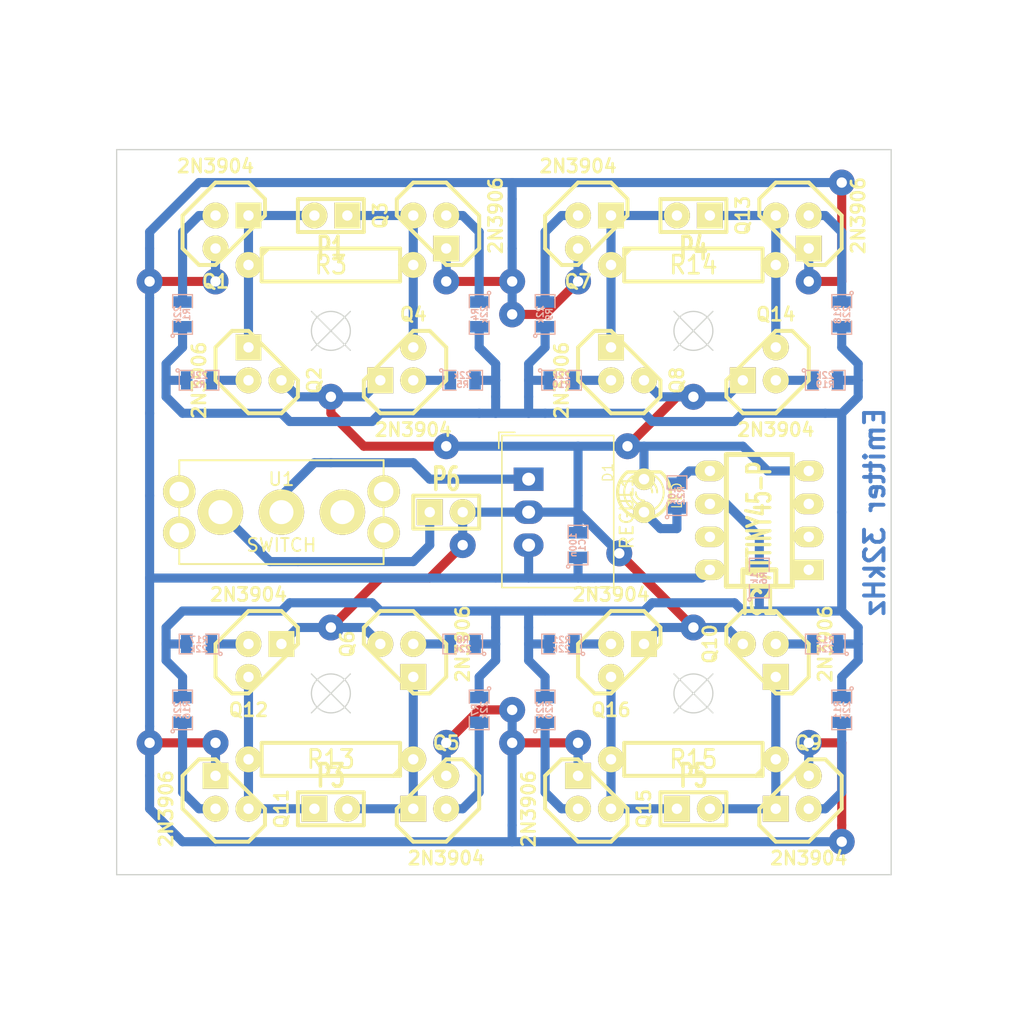
<source format=kicad_pcb>
(kicad_pcb (version 20171130) (host pcbnew 5.1.9+dfsg1-1+deb11u1)

  (general
    (thickness 1.6)
    (drawings 29)
    (tracks 283)
    (zones 0)
    (modules 48)
    (nets 38)
  )

  (page A4)
  (title_block
    (title "Balise emetteur 25kHz")
    (rev 1)
  )

  (layers
    (0 Dessus.Cu signal)
    (31 Dessous.Cu signal)
    (32 B.Adhes user)
    (33 F.Adhes user)
    (34 B.Paste user)
    (35 F.Paste user)
    (36 B.SilkS user)
    (37 F.SilkS user)
    (38 B.Mask user)
    (39 F.Mask user)
    (40 Dwgs.User user)
    (41 Cmts.User user)
    (42 Eco1.User user)
    (43 Eco2.User user)
    (44 Edge.Cuts user)
  )

  (setup
    (last_trace_width 0.7)
    (trace_clearance 0.254)
    (zone_clearance 0.508)
    (zone_45_only no)
    (trace_min 0.7)
    (via_size 2)
    (via_drill 0.8)
    (via_min_size 2)
    (via_min_drill 0.508)
    (uvia_size 0.508)
    (uvia_drill 0.127)
    (uvias_allowed no)
    (uvia_min_size 0.508)
    (uvia_min_drill 0.127)
    (edge_width 0.1)
    (segment_width 0.2)
    (pcb_text_width 0.3)
    (pcb_text_size 1.5 1.5)
    (mod_edge_width 0.15)
    (mod_text_size 1 1)
    (mod_text_width 0.15)
    (pad_size 1.8 2.3)
    (pad_drill 1)
    (pad_to_mask_clearance 0)
    (aux_axis_origin 46.99 31.75)
    (visible_elements 7FFFFFFF)
    (pcbplotparams
      (layerselection 0x00030_ffffffff)
      (usegerberextensions true)
      (usegerberattributes true)
      (usegerberadvancedattributes true)
      (creategerberjobfile true)
      (excludeedgelayer true)
      (linewidth 0.150000)
      (plotframeref false)
      (viasonmask false)
      (mode 1)
      (useauxorigin false)
      (hpglpennumber 1)
      (hpglpenspeed 20)
      (hpglpendiameter 15.000000)
      (psnegative false)
      (psa4output false)
      (plotreference true)
      (plotvalue true)
      (plotinvisibletext false)
      (padsonsilk false)
      (subtractmaskfromsilk false)
      (outputformat 1)
      (mirror false)
      (drillshape 0)
      (scaleselection 1)
      (outputdirectory "../print/"))
  )

  (net 0 "")
  (net 1 +9V)
  (net 2 GND)
  (net 3 VCC)
  (net 4 "Net-(D1-Pad1)")
  (net 5 "Net-(IC1-Pad1)")
  (net 6 "Net-(IC1-Pad2)")
  (net 7 "Net-(IC1-Pad3)")
  (net 8 "Net-(IC1-Pad5)")
  (net 9 "Net-(IC1-Pad6)")
  (net 10 "Net-(IC1-Pad7)")
  (net 11 "Net-(P1-Pad1)")
  (net 12 "Net-(P1-Pad2)")
  (net 13 "Net-(P3-Pad1)")
  (net 14 "Net-(P3-Pad2)")
  (net 15 "Net-(P4-Pad1)")
  (net 16 "Net-(P4-Pad2)")
  (net 17 "Net-(P5-Pad1)")
  (net 18 "Net-(P5-Pad2)")
  (net 19 "Net-(Q1-Pad2)")
  (net 20 "Net-(Q2-Pad2)")
  (net 21 "Net-(Q3-Pad2)")
  (net 22 "Net-(Q4-Pad2)")
  (net 23 "Net-(Q5-Pad2)")
  (net 24 "Net-(Q6-Pad2)")
  (net 25 "Net-(Q7-Pad2)")
  (net 26 "Net-(Q8-Pad2)")
  (net 27 "Net-(Q9-Pad2)")
  (net 28 "Net-(Q10-Pad2)")
  (net 29 "Net-(Q11-Pad2)")
  (net 30 "Net-(Q12-Pad2)")
  (net 31 "Net-(Q13-Pad2)")
  (net 32 "Net-(Q14-Pad2)")
  (net 33 "Net-(Q15-Pad2)")
  (net 34 "Net-(Q16-Pad2)")
  (net 35 "Net-(R1-Pad1)")
  (net 36 "Net-(REGUL1-Pad1)")
  (net 37 "Net-(U1-Pad3)")

  (net_class Default "Ceci est la Netclass par défaut"
    (clearance 0.254)
    (trace_width 0.7)
    (via_dia 2)
    (via_drill 0.8)
    (uvia_dia 0.508)
    (uvia_drill 0.127)
    (add_net +9V)
    (add_net GND)
    (add_net "Net-(D1-Pad1)")
    (add_net "Net-(IC1-Pad1)")
    (add_net "Net-(IC1-Pad2)")
    (add_net "Net-(IC1-Pad3)")
    (add_net "Net-(IC1-Pad5)")
    (add_net "Net-(IC1-Pad6)")
    (add_net "Net-(IC1-Pad7)")
    (add_net "Net-(P1-Pad1)")
    (add_net "Net-(P1-Pad2)")
    (add_net "Net-(P3-Pad1)")
    (add_net "Net-(P3-Pad2)")
    (add_net "Net-(P4-Pad1)")
    (add_net "Net-(P4-Pad2)")
    (add_net "Net-(P5-Pad1)")
    (add_net "Net-(P5-Pad2)")
    (add_net "Net-(Q1-Pad2)")
    (add_net "Net-(Q10-Pad2)")
    (add_net "Net-(Q11-Pad2)")
    (add_net "Net-(Q12-Pad2)")
    (add_net "Net-(Q13-Pad2)")
    (add_net "Net-(Q14-Pad2)")
    (add_net "Net-(Q15-Pad2)")
    (add_net "Net-(Q16-Pad2)")
    (add_net "Net-(Q2-Pad2)")
    (add_net "Net-(Q3-Pad2)")
    (add_net "Net-(Q4-Pad2)")
    (add_net "Net-(Q5-Pad2)")
    (add_net "Net-(Q6-Pad2)")
    (add_net "Net-(Q7-Pad2)")
    (add_net "Net-(Q8-Pad2)")
    (add_net "Net-(Q9-Pad2)")
    (add_net "Net-(R1-Pad1)")
    (add_net "Net-(REGUL1-Pad1)")
    (add_net "Net-(U1-Pad3)")
    (add_net VCC)
  )

  (module Converter_DCDC:Converter_DCDC_RECOM_R-78E-0.5_THT (layer Dessus.Cu) (tedit 647DCFED) (tstamp 647DD96B)
    (at 87.63 68.58 270)
    (descr "DCDC-Converter, RECOM, RECOM_R-78E-0.5, SIP-3, pitch 2.54mm, package size 11.6x8.5x10.4mm^3, https://www.recom-power.com/pdf/Innoline/R-78Exx-0.5.pdf")
    (tags "dc-dc recom buck sip-3 pitch 2.54mm")
    (path /647F6425)
    (fp_text reference REGUL1 (at 2.54 -7.56 90) (layer F.SilkS)
      (effects (font (size 1 1) (thickness 0.15)))
    )
    (fp_text value R-78E5.0-0.5 (at 2.54 3 90) (layer F.Fab)
      (effects (font (size 1 1) (thickness 0.15)))
    )
    (fp_text user %R (at 2.54 -2.25 90) (layer F.Fab)
      (effects (font (size 1 1) (thickness 0.15)))
    )
    (fp_line (start -3.31 -6.5) (end 8.29 -6.5) (layer F.Fab) (width 0.1))
    (fp_line (start 8.29 -6.5) (end 8.29 2) (layer F.Fab) (width 0.1))
    (fp_line (start 8.29 2) (end -2.31 2) (layer F.Fab) (width 0.1))
    (fp_line (start -2.31 2) (end -3.31 1) (layer F.Fab) (width 0.1))
    (fp_line (start -3.31 1) (end -3.31 -6.5) (layer F.Fab) (width 0.1))
    (fp_line (start -3.371 -6.56) (end 8.35 -6.56) (layer F.SilkS) (width 0.12))
    (fp_line (start -3.371 2.06) (end 8.35 2.06) (layer F.SilkS) (width 0.12))
    (fp_line (start -3.371 -6.56) (end -3.371 2.06) (layer F.SilkS) (width 0.12))
    (fp_line (start 8.35 -6.56) (end 8.35 2.06) (layer F.SilkS) (width 0.12))
    (fp_line (start -3.611 1.06) (end -3.611 2.3) (layer F.SilkS) (width 0.12))
    (fp_line (start -3.611 2.3) (end -2.371 2.3) (layer F.SilkS) (width 0.12))
    (fp_line (start -3.57 -6.75) (end -3.57 2.25) (layer F.CrtYd) (width 0.05))
    (fp_line (start -3.57 2.25) (end 8.54 2.25) (layer F.CrtYd) (width 0.05))
    (fp_line (start 8.54 2.25) (end 8.54 -6.75) (layer F.CrtYd) (width 0.05))
    (fp_line (start 8.54 -6.75) (end -3.57 -6.75) (layer F.CrtYd) (width 0.05))
    (pad 3 thru_hole oval (at 5.08 0 270) (size 1.8 2.3) (drill 1) (layers *.Cu *.Mask)
      (net 3 VCC))
    (pad 2 thru_hole oval (at 2.54 0 270) (size 1.8 2.3) (drill 1) (layers *.Cu *.Mask)
      (net 2 GND))
    (pad 1 thru_hole rect (at 0 0 270) (size 1.8 2.3) (drill 1) (layers *.Cu *.Mask)
      (net 36 "Net-(REGUL1-Pad1)"))
    (model ${KISYS3DMOD}/Converter_DCDC.3dshapes/Converter_DCDC_RECOM_R-78E-0.5_THT.wrl
      (at (xyz 0 0 0))
      (scale (xyz 1 1 1))
      (rotate (xyz 0 0 0))
    )
  )

  (module SM0805 (layer Dessous.Cu) (tedit 5091495C) (tstamp 5508A89F)
    (at 60.96 55.88 90)
    (path /55089EEE)
    (attr smd)
    (fp_text reference R1 (at 0 0.3175 90) (layer B.SilkS)
      (effects (font (size 0.50038 0.50038) (thickness 0.10922)) (justify mirror))
    )
    (fp_text value 22k (at 0 -0.381 90) (layer B.SilkS)
      (effects (font (size 0.50038 0.50038) (thickness 0.10922)) (justify mirror))
    )
    (fp_line (start 1.524 -0.762) (end 0.508 -0.762) (layer B.SilkS) (width 0.09906))
    (fp_line (start 1.524 0.762) (end 1.524 -0.762) (layer B.SilkS) (width 0.09906))
    (fp_line (start 0.508 0.762) (end 1.524 0.762) (layer B.SilkS) (width 0.09906))
    (fp_line (start -1.524 0.762) (end -0.508 0.762) (layer B.SilkS) (width 0.09906))
    (fp_line (start -1.524 -0.762) (end -1.524 0.762) (layer B.SilkS) (width 0.09906))
    (fp_line (start -0.508 -0.762) (end -1.524 -0.762) (layer B.SilkS) (width 0.09906))
    (fp_circle (center -1.651 -0.762) (end -1.651 -0.635) (layer B.SilkS) (width 0.09906))
    (pad 1 smd rect (at -0.9525 0 90) (size 0.889 1.397) (layers Dessous.Cu B.Paste B.Mask)
      (net 35 "Net-(R1-Pad1)"))
    (pad 2 smd rect (at 0.9525 0 90) (size 0.889 1.397) (layers Dessous.Cu B.Paste B.Mask)
      (net 19 "Net-(Q1-Pad2)"))
    (model smd/chip_cms.wrl
      (at (xyz 0 0 0))
      (scale (xyz 0.1 0.1 0.1))
      (rotate (xyz 0 0 0))
    )
  )

  (module SM0805 (layer Dessous.Cu) (tedit 5508AE62) (tstamp 5508A8AC)
    (at 62.23 60.96)
    (path /55089F98)
    (attr smd)
    (fp_text reference R2 (at 0 0.3175) (layer B.SilkS)
      (effects (font (size 0.50038 0.50038) (thickness 0.10922)) (justify mirror))
    )
    (fp_text value 22k (at 0 -0.381) (layer B.SilkS)
      (effects (font (size 0.50038 0.50038) (thickness 0.10922)) (justify mirror))
    )
    (fp_line (start 1.524 -0.762) (end 0.508 -0.762) (layer B.SilkS) (width 0.09906))
    (fp_line (start 1.524 0.762) (end 1.524 -0.762) (layer B.SilkS) (width 0.09906))
    (fp_line (start 0.508 0.762) (end 1.524 0.762) (layer B.SilkS) (width 0.09906))
    (fp_line (start -1.524 0.762) (end -0.508 0.762) (layer B.SilkS) (width 0.09906))
    (fp_line (start -1.524 -0.762) (end -1.524 0.762) (layer B.SilkS) (width 0.09906))
    (fp_line (start -0.508 -0.762) (end -1.524 -0.762) (layer B.SilkS) (width 0.09906))
    (fp_circle (center -1.651 -0.762) (end -1.651 -0.635) (layer B.SilkS) (width 0.09906))
    (pad 1 smd rect (at -0.9525 0) (size 0.889 1.397) (layers Dessous.Cu B.Paste B.Mask)
      (net 35 "Net-(R1-Pad1)"))
    (pad 2 smd rect (at 0.9525 0) (size 0.889 1.397) (layers Dessous.Cu B.Paste B.Mask)
      (net 20 "Net-(Q2-Pad2)"))
    (model smd/chip_cms.wrl
      (at (xyz 0 0 0))
      (scale (xyz 0.1 0.1 0.1))
      (rotate (xyz 0 0 0))
    )
  )

  (module SM0805 (layer Dessous.Cu) (tedit 55241650) (tstamp 5508A8B9)
    (at 82.55 60.96)
    (path /55089F9E)
    (attr smd)
    (fp_text reference R5 (at 0 0.3175) (layer B.SilkS)
      (effects (font (size 0.50038 0.50038) (thickness 0.10922)) (justify mirror))
    )
    (fp_text value 22k (at 0 -0.381) (layer B.SilkS)
      (effects (font (size 0.50038 0.50038) (thickness 0.10922)) (justify mirror))
    )
    (fp_line (start 1.524 -0.762) (end 0.508 -0.762) (layer B.SilkS) (width 0.09906))
    (fp_line (start 1.524 0.762) (end 1.524 -0.762) (layer B.SilkS) (width 0.09906))
    (fp_line (start 0.508 0.762) (end 1.524 0.762) (layer B.SilkS) (width 0.09906))
    (fp_line (start -1.524 0.762) (end -0.508 0.762) (layer B.SilkS) (width 0.09906))
    (fp_line (start -1.524 -0.762) (end -1.524 0.762) (layer B.SilkS) (width 0.09906))
    (fp_line (start -0.508 -0.762) (end -1.524 -0.762) (layer B.SilkS) (width 0.09906))
    (fp_circle (center -1.651 -0.762) (end -1.651 -0.635) (layer B.SilkS) (width 0.09906))
    (pad 1 smd rect (at -0.9525 0) (size 0.889 1.397) (layers Dessous.Cu B.Paste B.Mask)
      (net 22 "Net-(Q4-Pad2)"))
    (pad 2 smd rect (at 0.9525 0) (size 0.889 1.397) (layers Dessous.Cu B.Paste B.Mask)
      (net 35 "Net-(R1-Pad1)"))
    (model smd/chip_cms.wrl
      (at (xyz 0 0 0))
      (scale (xyz 0.1 0.1 0.1))
      (rotate (xyz 0 0 0))
    )
  )

  (module SM0805 (layer Dessous.Cu) (tedit 5091495C) (tstamp 5508A8C6)
    (at 83.82 55.88 270)
    (path /55089FA4)
    (attr smd)
    (fp_text reference R4 (at 0 0.3175 270) (layer B.SilkS)
      (effects (font (size 0.50038 0.50038) (thickness 0.10922)) (justify mirror))
    )
    (fp_text value 22k (at 0 -0.381 270) (layer B.SilkS)
      (effects (font (size 0.50038 0.50038) (thickness 0.10922)) (justify mirror))
    )
    (fp_line (start 1.524 -0.762) (end 0.508 -0.762) (layer B.SilkS) (width 0.09906))
    (fp_line (start 1.524 0.762) (end 1.524 -0.762) (layer B.SilkS) (width 0.09906))
    (fp_line (start 0.508 0.762) (end 1.524 0.762) (layer B.SilkS) (width 0.09906))
    (fp_line (start -1.524 0.762) (end -0.508 0.762) (layer B.SilkS) (width 0.09906))
    (fp_line (start -1.524 -0.762) (end -1.524 0.762) (layer B.SilkS) (width 0.09906))
    (fp_line (start -0.508 -0.762) (end -1.524 -0.762) (layer B.SilkS) (width 0.09906))
    (fp_circle (center -1.651 -0.762) (end -1.651 -0.635) (layer B.SilkS) (width 0.09906))
    (pad 1 smd rect (at -0.9525 0 270) (size 0.889 1.397) (layers Dessous.Cu B.Paste B.Mask)
      (net 21 "Net-(Q3-Pad2)"))
    (pad 2 smd rect (at 0.9525 0 270) (size 0.889 1.397) (layers Dessous.Cu B.Paste B.Mask)
      (net 35 "Net-(R1-Pad1)"))
    (model smd/chip_cms.wrl
      (at (xyz 0 0 0))
      (scale (xyz 0.1 0.1 0.1))
      (rotate (xyz 0 0 0))
    )
  )

  (module SIL-2 (layer Dessus.Cu) (tedit 55241305) (tstamp 5508A8D0)
    (at 72.39 48.26 180)
    (descr "Connecteurs 2 pins")
    (tags "CONN DEV")
    (path /5508A45B)
    (fp_text reference P1 (at 0 -2.54 180) (layer F.SilkS)
      (effects (font (size 1.72974 1.08712) (thickness 0.3048)))
    )
    (fp_text value CONN_2 (at 0 -2.54 180) (layer F.SilkS) hide
      (effects (font (size 1.524 1.016) (thickness 0.3048)))
    )
    (fp_line (start 2.54 1.27) (end -2.54 1.27) (layer F.SilkS) (width 0.3048))
    (fp_line (start 2.54 -1.27) (end 2.54 1.27) (layer F.SilkS) (width 0.3048))
    (fp_line (start -2.54 -1.27) (end 2.54 -1.27) (layer F.SilkS) (width 0.3048))
    (fp_line (start -2.54 1.27) (end -2.54 -1.27) (layer F.SilkS) (width 0.3048))
    (pad 1 thru_hole rect (at -1.27 0 180) (size 2 2) (drill 0.8) (layers *.Cu *.Mask F.SilkS)
      (net 11 "Net-(P1-Pad1)"))
    (pad 2 thru_hole circle (at 1.27 0 180) (size 2 2) (drill 0.8) (layers *.Cu *.Mask F.SilkS)
      (net 12 "Net-(P1-Pad2)"))
  )

  (module R5 (layer Dessus.Cu) (tedit 552412D8) (tstamp 5508A922)
    (at 72.39 52.07)
    (descr "Resistance 5 pas")
    (tags R)
    (path /5508A05B)
    (autoplace_cost180 10)
    (fp_text reference R3 (at 0 0) (layer F.SilkS)
      (effects (font (size 1.397 1.27) (thickness 0.2032)))
    )
    (fp_text value 1k (at 0 0) (layer F.SilkS) hide
      (effects (font (size 1.397 1.27) (thickness 0.2032)))
    )
    (fp_line (start -5.334 -0.762) (end -4.826 -1.27) (layer F.SilkS) (width 0.3048))
    (fp_line (start -5.334 -1.27) (end 5.334 -1.27) (layer F.SilkS) (width 0.3048))
    (fp_line (start -5.334 1.27) (end -5.334 -1.27) (layer F.SilkS) (width 0.3048))
    (fp_line (start 5.334 1.27) (end -5.334 1.27) (layer F.SilkS) (width 0.3048))
    (fp_line (start 5.334 -1.27) (end 5.334 1.27) (layer F.SilkS) (width 0.3048))
    (fp_line (start 6.35 0) (end 5.334 0) (layer F.SilkS) (width 0.3048))
    (fp_line (start -6.35 0) (end -5.334 0) (layer F.SilkS) (width 0.3048))
    (pad 1 thru_hole circle (at -6.35 0) (size 2 2) (drill 0.8) (layers *.Cu *.Mask F.SilkS)
      (net 12 "Net-(P1-Pad2)"))
    (pad 2 thru_hole circle (at 6.35 0) (size 2 2) (drill 0.8) (layers *.Cu *.Mask F.SilkS)
      (net 11 "Net-(P1-Pad1)"))
    (model discret/resistor.wrl
      (at (xyz 0 0 0))
      (scale (xyz 0.5 0.5 0.5))
      (rotate (xyz 0 0 0))
    )
  )

  (module DIP-8__300_ELL (layer Dessus.Cu) (tedit 55258DC2) (tstamp 550C6799)
    (at 105.41 71.755 90)
    (descr "8 pins DIL package, elliptical pads")
    (tags DIL)
    (path /550899B8)
    (fp_text reference IC1 (at -6.35 0 180) (layer F.SilkS)
      (effects (font (size 1.778 1.143) (thickness 0.3048)))
    )
    (fp_text value ATTINY45-P (at 0 0 90) (layer F.SilkS)
      (effects (font (size 1.778 1.016) (thickness 0.3048)))
    )
    (fp_line (start -5.08 2.54) (end -5.08 -2.54) (layer F.SilkS) (width 0.381))
    (fp_line (start 5.08 2.54) (end -5.08 2.54) (layer F.SilkS) (width 0.381))
    (fp_line (start 5.08 -2.54) (end 5.08 2.54) (layer F.SilkS) (width 0.381))
    (fp_line (start -5.08 -2.54) (end 5.08 -2.54) (layer F.SilkS) (width 0.381))
    (fp_line (start -3.81 1.27) (end -5.08 1.27) (layer F.SilkS) (width 0.381))
    (fp_line (start -3.81 -1.27) (end -3.81 1.27) (layer F.SilkS) (width 0.381))
    (fp_line (start -5.08 -1.27) (end -3.81 -1.27) (layer F.SilkS) (width 0.381))
    (pad 1 thru_hole rect (at -3.81 3.81 90) (size 1.5748 2.286) (drill 0.8) (layers *.Cu *.Mask F.SilkS)
      (net 5 "Net-(IC1-Pad1)"))
    (pad 2 thru_hole oval (at -1.27 3.81 90) (size 1.5748 2.286) (drill 0.8) (layers *.Cu *.Mask F.SilkS)
      (net 6 "Net-(IC1-Pad2)"))
    (pad 3 thru_hole oval (at 1.27 3.81 90) (size 1.5748 2.286) (drill 0.8) (layers *.Cu *.Mask F.SilkS)
      (net 7 "Net-(IC1-Pad3)"))
    (pad 4 thru_hole oval (at 3.81 3.81 90) (size 1.5748 2.286) (drill 0.8) (layers *.Cu *.Mask F.SilkS)
      (net 2 GND))
    (pad 5 thru_hole oval (at 3.81 -3.81 90) (size 1.5748 2.286) (drill 0.8) (layers *.Cu *.Mask F.SilkS)
      (net 8 "Net-(IC1-Pad5)"))
    (pad 6 thru_hole oval (at 1.27 -3.81 90) (size 1.5748 2.286) (drill 0.8) (layers *.Cu *.Mask F.SilkS)
      (net 9 "Net-(IC1-Pad6)"))
    (pad 7 thru_hole oval (at -1.27 -3.81 90) (size 1.5748 2.286) (drill 0.8) (layers *.Cu *.Mask F.SilkS)
      (net 10 "Net-(IC1-Pad7)"))
    (pad 8 thru_hole oval (at -3.81 -3.81 90) (size 1.5748 2.286) (drill 0.8) (layers *.Cu *.Mask F.SilkS)
      (net 3 VCC))
    (model dil/dil_8.wrl
      (at (xyz 0 0 0))
      (scale (xyz 1 1 1))
      (rotate (xyz 0 0 0))
    )
  )

  (module TO92 (layer Dessus.Cu) (tedit 443CFFD1) (tstamp 5508AAD5)
    (at 64.77 49.53)
    (descr "Transistor TO92 brochage type BC237")
    (tags "TR TO92")
    (path /55089D2D)
    (fp_text reference Q1 (at -1.27 3.81) (layer F.SilkS)
      (effects (font (size 1.016 1.016) (thickness 0.2032)))
    )
    (fp_text value 2N3904 (at -1.27 -5.08) (layer F.SilkS)
      (effects (font (size 1.016 1.016) (thickness 0.2032)))
    )
    (fp_line (start -2.54 2.54) (end -1.27 2.54) (layer F.SilkS) (width 0.3048))
    (fp_line (start -3.81 1.27) (end -2.54 2.54) (layer F.SilkS) (width 0.3048))
    (fp_line (start -3.81 -1.27) (end -3.81 1.27) (layer F.SilkS) (width 0.3048))
    (fp_line (start -1.27 -3.81) (end -3.81 -1.27) (layer F.SilkS) (width 0.3048))
    (fp_line (start 1.27 -3.81) (end -1.27 -3.81) (layer F.SilkS) (width 0.3048))
    (fp_line (start 2.54 -2.54) (end 1.27 -3.81) (layer F.SilkS) (width 0.3048))
    (fp_line (start 2.54 -1.27) (end 2.54 -2.54) (layer F.SilkS) (width 0.3048))
    (fp_line (start -1.27 2.54) (end 2.54 -1.27) (layer F.SilkS) (width 0.3048))
    (pad 1 thru_hole rect (at 1.27 -1.27) (size 2 2) (drill 0.8) (layers *.Cu *.Mask F.SilkS)
      (net 12 "Net-(P1-Pad2)"))
    (pad 2 thru_hole circle (at -1.27 -1.27) (size 2 2) (drill 0.8) (layers *.Cu *.Mask F.SilkS)
      (net 19 "Net-(Q1-Pad2)"))
    (pad 3 thru_hole circle (at -1.27 1.27) (size 2 2) (drill 0.8) (layers *.Cu *.Mask F.SilkS)
      (net 3 VCC))
    (model discret/to98.wrl
      (at (xyz 0 0 0))
      (scale (xyz 1 1 1))
      (rotate (xyz 0 0 0))
    )
  )

  (module TO92 (layer Dessus.Cu) (tedit 550C67F8) (tstamp 5508AAE4)
    (at 77.47 59.69 180)
    (descr "Transistor TO92 brochage type BC237")
    (tags "TR TO92")
    (path /55089D3C)
    (fp_text reference Q4 (at -1.27 3.81 180) (layer F.SilkS)
      (effects (font (size 1.016 1.016) (thickness 0.2032)))
    )
    (fp_text value 2N3904 (at -1.27 -5.08 180) (layer F.SilkS)
      (effects (font (size 1.016 1.016) (thickness 0.2032)))
    )
    (fp_line (start -2.54 2.54) (end -1.27 2.54) (layer F.SilkS) (width 0.3048))
    (fp_line (start -3.81 1.27) (end -2.54 2.54) (layer F.SilkS) (width 0.3048))
    (fp_line (start -3.81 -1.27) (end -3.81 1.27) (layer F.SilkS) (width 0.3048))
    (fp_line (start -1.27 -3.81) (end -3.81 -1.27) (layer F.SilkS) (width 0.3048))
    (fp_line (start 1.27 -3.81) (end -1.27 -3.81) (layer F.SilkS) (width 0.3048))
    (fp_line (start 2.54 -2.54) (end 1.27 -3.81) (layer F.SilkS) (width 0.3048))
    (fp_line (start 2.54 -1.27) (end 2.54 -2.54) (layer F.SilkS) (width 0.3048))
    (fp_line (start -1.27 2.54) (end 2.54 -1.27) (layer F.SilkS) (width 0.3048))
    (pad 1 thru_hole rect (at 1.27 -1.27 180) (size 2 2) (drill 0.8) (layers *.Cu *.Mask F.SilkS)
      (net 2 GND))
    (pad 2 thru_hole circle (at -1.27 -1.27 180) (size 2 2) (drill 0.8) (layers *.Cu *.Mask F.SilkS)
      (net 22 "Net-(Q4-Pad2)"))
    (pad 3 thru_hole circle (at -1.27 1.27 180) (size 2 2) (drill 0.8) (layers *.Cu *.Mask F.SilkS)
      (net 11 "Net-(P1-Pad1)"))
    (model discret/to98.wrl
      (at (xyz 0 0 0))
      (scale (xyz 1 1 1))
      (rotate (xyz 0 0 0))
    )
  )

  (module TO92 (layer Dessus.Cu) (tedit 443CFFD1) (tstamp 5508AAF3)
    (at 80.01 49.53 270)
    (descr "Transistor TO92 brochage type BC237")
    (tags "TR TO92")
    (path /55089D4B)
    (fp_text reference Q3 (at -1.27 3.81 270) (layer F.SilkS)
      (effects (font (size 1.016 1.016) (thickness 0.2032)))
    )
    (fp_text value 2N3906 (at -1.27 -5.08 270) (layer F.SilkS)
      (effects (font (size 1.016 1.016) (thickness 0.2032)))
    )
    (fp_line (start -2.54 2.54) (end -1.27 2.54) (layer F.SilkS) (width 0.3048))
    (fp_line (start -3.81 1.27) (end -2.54 2.54) (layer F.SilkS) (width 0.3048))
    (fp_line (start -3.81 -1.27) (end -3.81 1.27) (layer F.SilkS) (width 0.3048))
    (fp_line (start -1.27 -3.81) (end -3.81 -1.27) (layer F.SilkS) (width 0.3048))
    (fp_line (start 1.27 -3.81) (end -1.27 -3.81) (layer F.SilkS) (width 0.3048))
    (fp_line (start 2.54 -2.54) (end 1.27 -3.81) (layer F.SilkS) (width 0.3048))
    (fp_line (start 2.54 -1.27) (end 2.54 -2.54) (layer F.SilkS) (width 0.3048))
    (fp_line (start -1.27 2.54) (end 2.54 -1.27) (layer F.SilkS) (width 0.3048))
    (pad 1 thru_hole rect (at 1.27 -1.27 270) (size 2 2) (drill 0.8) (layers *.Cu *.Mask F.SilkS)
      (net 3 VCC))
    (pad 2 thru_hole circle (at -1.27 -1.27 270) (size 2 2) (drill 0.8) (layers *.Cu *.Mask F.SilkS)
      (net 21 "Net-(Q3-Pad2)"))
    (pad 3 thru_hole circle (at -1.27 1.27 270) (size 2 2) (drill 0.8) (layers *.Cu *.Mask F.SilkS)
      (net 11 "Net-(P1-Pad1)"))
    (model discret/to98.wrl
      (at (xyz 0 0 0))
      (scale (xyz 1 1 1))
      (rotate (xyz 0 0 0))
    )
  )

  (module TO92 (layer Dessus.Cu) (tedit 552412BD) (tstamp 5508AB02)
    (at 67.31 59.69 90)
    (descr "Transistor TO92 brochage type BC237")
    (tags "TR TO92")
    (path /55089D5A)
    (fp_text reference Q2 (at -1.27 3.81 90) (layer F.SilkS)
      (effects (font (size 1.016 1.016) (thickness 0.2032)))
    )
    (fp_text value 2N3906 (at -1.27 -5.08 90) (layer F.SilkS)
      (effects (font (size 1.016 1.016) (thickness 0.2032)))
    )
    (fp_line (start -2.54 2.54) (end -1.27 2.54) (layer F.SilkS) (width 0.3048))
    (fp_line (start -3.81 1.27) (end -2.54 2.54) (layer F.SilkS) (width 0.3048))
    (fp_line (start -3.81 -1.27) (end -3.81 1.27) (layer F.SilkS) (width 0.3048))
    (fp_line (start -1.27 -3.81) (end -3.81 -1.27) (layer F.SilkS) (width 0.3048))
    (fp_line (start 1.27 -3.81) (end -1.27 -3.81) (layer F.SilkS) (width 0.3048))
    (fp_line (start 2.54 -2.54) (end 1.27 -3.81) (layer F.SilkS) (width 0.3048))
    (fp_line (start 2.54 -1.27) (end 2.54 -2.54) (layer F.SilkS) (width 0.3048))
    (fp_line (start -1.27 2.54) (end 2.54 -1.27) (layer F.SilkS) (width 0.3048))
    (pad 1 thru_hole rect (at 1.27 -1.27 90) (size 2 2) (drill 0.8) (layers *.Cu *.Mask F.SilkS)
      (net 12 "Net-(P1-Pad2)"))
    (pad 2 thru_hole circle (at -1.27 -1.27 90) (size 2 2) (drill 0.8) (layers *.Cu *.Mask F.SilkS)
      (net 20 "Net-(Q2-Pad2)"))
    (pad 3 thru_hole circle (at -1.27 1.27 90) (size 2 2) (drill 0.8) (layers *.Cu *.Mask F.SilkS)
      (net 2 GND))
    (model discret/to98.wrl
      (at (xyz 0 0 0))
      (scale (xyz 1 1 1))
      (rotate (xyz 0 0 0))
    )
  )

  (module TO92 (layer Dessus.Cu) (tedit 443CFFD1) (tstamp 550AC531)
    (at 105.41 82.55 270)
    (descr "Transistor TO92 brochage type BC237")
    (tags "TR TO92")
    (path /550AC45F)
    (fp_text reference Q10 (at -1.27 3.81 270) (layer F.SilkS)
      (effects (font (size 1.016 1.016) (thickness 0.2032)))
    )
    (fp_text value 2N3906 (at -1.27 -5.08 270) (layer F.SilkS)
      (effects (font (size 1.016 1.016) (thickness 0.2032)))
    )
    (fp_line (start -2.54 2.54) (end -1.27 2.54) (layer F.SilkS) (width 0.3048))
    (fp_line (start -3.81 1.27) (end -2.54 2.54) (layer F.SilkS) (width 0.3048))
    (fp_line (start -3.81 -1.27) (end -3.81 1.27) (layer F.SilkS) (width 0.3048))
    (fp_line (start -1.27 -3.81) (end -3.81 -1.27) (layer F.SilkS) (width 0.3048))
    (fp_line (start 1.27 -3.81) (end -1.27 -3.81) (layer F.SilkS) (width 0.3048))
    (fp_line (start 2.54 -2.54) (end 1.27 -3.81) (layer F.SilkS) (width 0.3048))
    (fp_line (start 2.54 -1.27) (end 2.54 -2.54) (layer F.SilkS) (width 0.3048))
    (fp_line (start -1.27 2.54) (end 2.54 -1.27) (layer F.SilkS) (width 0.3048))
    (pad 1 thru_hole rect (at 1.27 -1.27 270) (size 2 2) (drill 0.8) (layers *.Cu *.Mask F.SilkS)
      (net 18 "Net-(P5-Pad2)"))
    (pad 2 thru_hole circle (at -1.27 -1.27 270) (size 2 2) (drill 0.8) (layers *.Cu *.Mask F.SilkS)
      (net 28 "Net-(Q10-Pad2)"))
    (pad 3 thru_hole circle (at -1.27 1.27 270) (size 2 2) (drill 0.8) (layers *.Cu *.Mask F.SilkS)
      (net 2 GND))
    (model discret/to98.wrl
      (at (xyz 0 0 0))
      (scale (xyz 1 1 1))
      (rotate (xyz 0 0 0))
    )
  )

  (module TO92 (layer Dessus.Cu) (tedit 443CFFD1) (tstamp 550AC540)
    (at 107.95 92.71 180)
    (descr "Transistor TO92 brochage type BC237")
    (tags "TR TO92")
    (path /550AC44D)
    (fp_text reference Q9 (at -1.27 3.81 180) (layer F.SilkS)
      (effects (font (size 1.016 1.016) (thickness 0.2032)))
    )
    (fp_text value 2N3904 (at -1.27 -5.08 180) (layer F.SilkS)
      (effects (font (size 1.016 1.016) (thickness 0.2032)))
    )
    (fp_line (start -2.54 2.54) (end -1.27 2.54) (layer F.SilkS) (width 0.3048))
    (fp_line (start -3.81 1.27) (end -2.54 2.54) (layer F.SilkS) (width 0.3048))
    (fp_line (start -3.81 -1.27) (end -3.81 1.27) (layer F.SilkS) (width 0.3048))
    (fp_line (start -1.27 -3.81) (end -3.81 -1.27) (layer F.SilkS) (width 0.3048))
    (fp_line (start 1.27 -3.81) (end -1.27 -3.81) (layer F.SilkS) (width 0.3048))
    (fp_line (start 2.54 -2.54) (end 1.27 -3.81) (layer F.SilkS) (width 0.3048))
    (fp_line (start 2.54 -1.27) (end 2.54 -2.54) (layer F.SilkS) (width 0.3048))
    (fp_line (start -1.27 2.54) (end 2.54 -1.27) (layer F.SilkS) (width 0.3048))
    (pad 1 thru_hole rect (at 1.27 -1.27 180) (size 2 2) (drill 0.8) (layers *.Cu *.Mask F.SilkS)
      (net 18 "Net-(P5-Pad2)"))
    (pad 2 thru_hole circle (at -1.27 -1.27 180) (size 2 2) (drill 0.8) (layers *.Cu *.Mask F.SilkS)
      (net 27 "Net-(Q9-Pad2)"))
    (pad 3 thru_hole circle (at -1.27 1.27 180) (size 2 2) (drill 0.8) (layers *.Cu *.Mask F.SilkS)
      (net 3 VCC))
    (model discret/to98.wrl
      (at (xyz 0 0 0))
      (scale (xyz 1 1 1))
      (rotate (xyz 0 0 0))
    )
  )

  (module TO92 (layer Dessus.Cu) (tedit 443CFFD1) (tstamp 550AC54F)
    (at 80.01 92.71 180)
    (descr "Transistor TO92 brochage type BC237")
    (tags "TR TO92")
    (path /550AC2C1)
    (fp_text reference Q5 (at -1.27 3.81 180) (layer F.SilkS)
      (effects (font (size 1.016 1.016) (thickness 0.2032)))
    )
    (fp_text value 2N3904 (at -1.27 -5.08 180) (layer F.SilkS)
      (effects (font (size 1.016 1.016) (thickness 0.2032)))
    )
    (fp_line (start -2.54 2.54) (end -1.27 2.54) (layer F.SilkS) (width 0.3048))
    (fp_line (start -3.81 1.27) (end -2.54 2.54) (layer F.SilkS) (width 0.3048))
    (fp_line (start -3.81 -1.27) (end -3.81 1.27) (layer F.SilkS) (width 0.3048))
    (fp_line (start -1.27 -3.81) (end -3.81 -1.27) (layer F.SilkS) (width 0.3048))
    (fp_line (start 1.27 -3.81) (end -1.27 -3.81) (layer F.SilkS) (width 0.3048))
    (fp_line (start 2.54 -2.54) (end 1.27 -3.81) (layer F.SilkS) (width 0.3048))
    (fp_line (start 2.54 -1.27) (end 2.54 -2.54) (layer F.SilkS) (width 0.3048))
    (fp_line (start -1.27 2.54) (end 2.54 -1.27) (layer F.SilkS) (width 0.3048))
    (pad 1 thru_hole rect (at 1.27 -1.27 180) (size 2 2) (drill 0.8) (layers *.Cu *.Mask F.SilkS)
      (net 14 "Net-(P3-Pad2)"))
    (pad 2 thru_hole circle (at -1.27 -1.27 180) (size 2 2) (drill 0.8) (layers *.Cu *.Mask F.SilkS)
      (net 23 "Net-(Q5-Pad2)"))
    (pad 3 thru_hole circle (at -1.27 1.27 180) (size 2 2) (drill 0.8) (layers *.Cu *.Mask F.SilkS)
      (net 3 VCC))
    (model discret/to98.wrl
      (at (xyz 0 0 0))
      (scale (xyz 1 1 1))
      (rotate (xyz 0 0 0))
    )
  )

  (module TO92 (layer Dessus.Cu) (tedit 443CFFD1) (tstamp 550AC55E)
    (at 95.25 82.55)
    (descr "Transistor TO92 brochage type BC237")
    (tags "TR TO92")
    (path /550AC453)
    (fp_text reference Q16 (at -1.27 3.81) (layer F.SilkS)
      (effects (font (size 1.016 1.016) (thickness 0.2032)))
    )
    (fp_text value 2N3904 (at -1.27 -5.08) (layer F.SilkS)
      (effects (font (size 1.016 1.016) (thickness 0.2032)))
    )
    (fp_line (start -2.54 2.54) (end -1.27 2.54) (layer F.SilkS) (width 0.3048))
    (fp_line (start -3.81 1.27) (end -2.54 2.54) (layer F.SilkS) (width 0.3048))
    (fp_line (start -3.81 -1.27) (end -3.81 1.27) (layer F.SilkS) (width 0.3048))
    (fp_line (start -1.27 -3.81) (end -3.81 -1.27) (layer F.SilkS) (width 0.3048))
    (fp_line (start 1.27 -3.81) (end -1.27 -3.81) (layer F.SilkS) (width 0.3048))
    (fp_line (start 2.54 -2.54) (end 1.27 -3.81) (layer F.SilkS) (width 0.3048))
    (fp_line (start 2.54 -1.27) (end 2.54 -2.54) (layer F.SilkS) (width 0.3048))
    (fp_line (start -1.27 2.54) (end 2.54 -1.27) (layer F.SilkS) (width 0.3048))
    (pad 1 thru_hole rect (at 1.27 -1.27) (size 2 2) (drill 0.8) (layers *.Cu *.Mask F.SilkS)
      (net 2 GND))
    (pad 2 thru_hole circle (at -1.27 -1.27) (size 2 2) (drill 0.8) (layers *.Cu *.Mask F.SilkS)
      (net 34 "Net-(Q16-Pad2)"))
    (pad 3 thru_hole circle (at -1.27 1.27) (size 2 2) (drill 0.8) (layers *.Cu *.Mask F.SilkS)
      (net 17 "Net-(P5-Pad1)"))
    (model discret/to98.wrl
      (at (xyz 0 0 0))
      (scale (xyz 1 1 1))
      (rotate (xyz 0 0 0))
    )
  )

  (module TO92 (layer Dessus.Cu) (tedit 443CFFD1) (tstamp 550AC56D)
    (at 95.25 59.69 90)
    (descr "Transistor TO92 brochage type BC237")
    (tags "TR TO92")
    (path /550AC3F9)
    (fp_text reference Q8 (at -1.27 3.81 90) (layer F.SilkS)
      (effects (font (size 1.016 1.016) (thickness 0.2032)))
    )
    (fp_text value 2N3906 (at -1.27 -5.08 90) (layer F.SilkS)
      (effects (font (size 1.016 1.016) (thickness 0.2032)))
    )
    (fp_line (start -2.54 2.54) (end -1.27 2.54) (layer F.SilkS) (width 0.3048))
    (fp_line (start -3.81 1.27) (end -2.54 2.54) (layer F.SilkS) (width 0.3048))
    (fp_line (start -3.81 -1.27) (end -3.81 1.27) (layer F.SilkS) (width 0.3048))
    (fp_line (start -1.27 -3.81) (end -3.81 -1.27) (layer F.SilkS) (width 0.3048))
    (fp_line (start 1.27 -3.81) (end -1.27 -3.81) (layer F.SilkS) (width 0.3048))
    (fp_line (start 2.54 -2.54) (end 1.27 -3.81) (layer F.SilkS) (width 0.3048))
    (fp_line (start 2.54 -1.27) (end 2.54 -2.54) (layer F.SilkS) (width 0.3048))
    (fp_line (start -1.27 2.54) (end 2.54 -1.27) (layer F.SilkS) (width 0.3048))
    (pad 1 thru_hole rect (at 1.27 -1.27 90) (size 2 2) (drill 0.8) (layers *.Cu *.Mask F.SilkS)
      (net 16 "Net-(P4-Pad2)"))
    (pad 2 thru_hole circle (at -1.27 -1.27 90) (size 2 2) (drill 0.8) (layers *.Cu *.Mask F.SilkS)
      (net 26 "Net-(Q8-Pad2)"))
    (pad 3 thru_hole circle (at -1.27 1.27 90) (size 2 2) (drill 0.8) (layers *.Cu *.Mask F.SilkS)
      (net 2 GND))
    (model discret/to98.wrl
      (at (xyz 0 0 0))
      (scale (xyz 1 1 1))
      (rotate (xyz 0 0 0))
    )
  )

  (module TO92 (layer Dessus.Cu) (tedit 443CFFD1) (tstamp 550AC57C)
    (at 107.95 49.53 270)
    (descr "Transistor TO92 brochage type BC237")
    (tags "TR TO92")
    (path /550AC3F3)
    (fp_text reference Q13 (at -1.27 3.81 270) (layer F.SilkS)
      (effects (font (size 1.016 1.016) (thickness 0.2032)))
    )
    (fp_text value 2N3906 (at -1.27 -5.08 270) (layer F.SilkS)
      (effects (font (size 1.016 1.016) (thickness 0.2032)))
    )
    (fp_line (start -2.54 2.54) (end -1.27 2.54) (layer F.SilkS) (width 0.3048))
    (fp_line (start -3.81 1.27) (end -2.54 2.54) (layer F.SilkS) (width 0.3048))
    (fp_line (start -3.81 -1.27) (end -3.81 1.27) (layer F.SilkS) (width 0.3048))
    (fp_line (start -1.27 -3.81) (end -3.81 -1.27) (layer F.SilkS) (width 0.3048))
    (fp_line (start 1.27 -3.81) (end -1.27 -3.81) (layer F.SilkS) (width 0.3048))
    (fp_line (start 2.54 -2.54) (end 1.27 -3.81) (layer F.SilkS) (width 0.3048))
    (fp_line (start 2.54 -1.27) (end 2.54 -2.54) (layer F.SilkS) (width 0.3048))
    (fp_line (start -1.27 2.54) (end 2.54 -1.27) (layer F.SilkS) (width 0.3048))
    (pad 1 thru_hole rect (at 1.27 -1.27 270) (size 2 2) (drill 0.8) (layers *.Cu *.Mask F.SilkS)
      (net 3 VCC))
    (pad 2 thru_hole circle (at -1.27 -1.27 270) (size 2 2) (drill 0.8) (layers *.Cu *.Mask F.SilkS)
      (net 31 "Net-(Q13-Pad2)"))
    (pad 3 thru_hole circle (at -1.27 1.27 270) (size 2 2) (drill 0.8) (layers *.Cu *.Mask F.SilkS)
      (net 15 "Net-(P4-Pad1)"))
    (model discret/to98.wrl
      (at (xyz 0 0 0))
      (scale (xyz 1 1 1))
      (rotate (xyz 0 0 0))
    )
  )

  (module TO92 (layer Dessus.Cu) (tedit 443CFFD1) (tstamp 550AC58B)
    (at 105.41 59.69 180)
    (descr "Transistor TO92 brochage type BC237")
    (tags "TR TO92")
    (path /550AC3ED)
    (fp_text reference Q14 (at -1.27 3.81 180) (layer F.SilkS)
      (effects (font (size 1.016 1.016) (thickness 0.2032)))
    )
    (fp_text value 2N3904 (at -1.27 -5.08 180) (layer F.SilkS)
      (effects (font (size 1.016 1.016) (thickness 0.2032)))
    )
    (fp_line (start -2.54 2.54) (end -1.27 2.54) (layer F.SilkS) (width 0.3048))
    (fp_line (start -3.81 1.27) (end -2.54 2.54) (layer F.SilkS) (width 0.3048))
    (fp_line (start -3.81 -1.27) (end -3.81 1.27) (layer F.SilkS) (width 0.3048))
    (fp_line (start -1.27 -3.81) (end -3.81 -1.27) (layer F.SilkS) (width 0.3048))
    (fp_line (start 1.27 -3.81) (end -1.27 -3.81) (layer F.SilkS) (width 0.3048))
    (fp_line (start 2.54 -2.54) (end 1.27 -3.81) (layer F.SilkS) (width 0.3048))
    (fp_line (start 2.54 -1.27) (end 2.54 -2.54) (layer F.SilkS) (width 0.3048))
    (fp_line (start -1.27 2.54) (end 2.54 -1.27) (layer F.SilkS) (width 0.3048))
    (pad 1 thru_hole rect (at 1.27 -1.27 180) (size 2 2) (drill 0.8) (layers *.Cu *.Mask F.SilkS)
      (net 2 GND))
    (pad 2 thru_hole circle (at -1.27 -1.27 180) (size 2 2) (drill 0.8) (layers *.Cu *.Mask F.SilkS)
      (net 32 "Net-(Q14-Pad2)"))
    (pad 3 thru_hole circle (at -1.27 1.27 180) (size 2 2) (drill 0.8) (layers *.Cu *.Mask F.SilkS)
      (net 15 "Net-(P4-Pad1)"))
    (model discret/to98.wrl
      (at (xyz 0 0 0))
      (scale (xyz 1 1 1))
      (rotate (xyz 0 0 0))
    )
  )

  (module TO92 (layer Dessus.Cu) (tedit 443CFFD1) (tstamp 550AC59A)
    (at 92.71 49.53)
    (descr "Transistor TO92 brochage type BC237")
    (tags "TR TO92")
    (path /550AC3E7)
    (fp_text reference Q7 (at -1.27 3.81) (layer F.SilkS)
      (effects (font (size 1.016 1.016) (thickness 0.2032)))
    )
    (fp_text value 2N3904 (at -1.27 -5.08) (layer F.SilkS)
      (effects (font (size 1.016 1.016) (thickness 0.2032)))
    )
    (fp_line (start -2.54 2.54) (end -1.27 2.54) (layer F.SilkS) (width 0.3048))
    (fp_line (start -3.81 1.27) (end -2.54 2.54) (layer F.SilkS) (width 0.3048))
    (fp_line (start -3.81 -1.27) (end -3.81 1.27) (layer F.SilkS) (width 0.3048))
    (fp_line (start -1.27 -3.81) (end -3.81 -1.27) (layer F.SilkS) (width 0.3048))
    (fp_line (start 1.27 -3.81) (end -1.27 -3.81) (layer F.SilkS) (width 0.3048))
    (fp_line (start 2.54 -2.54) (end 1.27 -3.81) (layer F.SilkS) (width 0.3048))
    (fp_line (start 2.54 -1.27) (end 2.54 -2.54) (layer F.SilkS) (width 0.3048))
    (fp_line (start -1.27 2.54) (end 2.54 -1.27) (layer F.SilkS) (width 0.3048))
    (pad 1 thru_hole rect (at 1.27 -1.27) (size 2 2) (drill 0.8) (layers *.Cu *.Mask F.SilkS)
      (net 16 "Net-(P4-Pad2)"))
    (pad 2 thru_hole circle (at -1.27 -1.27) (size 2 2) (drill 0.8) (layers *.Cu *.Mask F.SilkS)
      (net 25 "Net-(Q7-Pad2)"))
    (pad 3 thru_hole circle (at -1.27 1.27) (size 2 2) (drill 0.8) (layers *.Cu *.Mask F.SilkS)
      (net 3 VCC))
    (model discret/to98.wrl
      (at (xyz 0 0 0))
      (scale (xyz 1 1 1))
      (rotate (xyz 0 0 0))
    )
  )

  (module TO92 (layer Dessus.Cu) (tedit 443CFFD1) (tstamp 550AC5A9)
    (at 92.71 92.71 90)
    (descr "Transistor TO92 brochage type BC237")
    (tags "TR TO92")
    (path /550AC459)
    (fp_text reference Q15 (at -1.27 3.81 90) (layer F.SilkS)
      (effects (font (size 1.016 1.016) (thickness 0.2032)))
    )
    (fp_text value 2N3906 (at -1.27 -5.08 90) (layer F.SilkS)
      (effects (font (size 1.016 1.016) (thickness 0.2032)))
    )
    (fp_line (start -2.54 2.54) (end -1.27 2.54) (layer F.SilkS) (width 0.3048))
    (fp_line (start -3.81 1.27) (end -2.54 2.54) (layer F.SilkS) (width 0.3048))
    (fp_line (start -3.81 -1.27) (end -3.81 1.27) (layer F.SilkS) (width 0.3048))
    (fp_line (start -1.27 -3.81) (end -3.81 -1.27) (layer F.SilkS) (width 0.3048))
    (fp_line (start 1.27 -3.81) (end -1.27 -3.81) (layer F.SilkS) (width 0.3048))
    (fp_line (start 2.54 -2.54) (end 1.27 -3.81) (layer F.SilkS) (width 0.3048))
    (fp_line (start 2.54 -1.27) (end 2.54 -2.54) (layer F.SilkS) (width 0.3048))
    (fp_line (start -1.27 2.54) (end 2.54 -1.27) (layer F.SilkS) (width 0.3048))
    (pad 1 thru_hole rect (at 1.27 -1.27 90) (size 2 2) (drill 0.8) (layers *.Cu *.Mask F.SilkS)
      (net 3 VCC))
    (pad 2 thru_hole circle (at -1.27 -1.27 90) (size 2 2) (drill 0.8) (layers *.Cu *.Mask F.SilkS)
      (net 33 "Net-(Q15-Pad2)"))
    (pad 3 thru_hole circle (at -1.27 1.27 90) (size 2 2) (drill 0.8) (layers *.Cu *.Mask F.SilkS)
      (net 17 "Net-(P5-Pad1)"))
    (model discret/to98.wrl
      (at (xyz 0 0 0))
      (scale (xyz 1 1 1))
      (rotate (xyz 0 0 0))
    )
  )

  (module TO92 (layer Dessus.Cu) (tedit 443CFFD1) (tstamp 550AC5B8)
    (at 77.47 82.55 270)
    (descr "Transistor TO92 brochage type BC237")
    (tags "TR TO92")
    (path /550AC2D3)
    (fp_text reference Q6 (at -1.27 3.81 270) (layer F.SilkS)
      (effects (font (size 1.016 1.016) (thickness 0.2032)))
    )
    (fp_text value 2N3906 (at -1.27 -5.08 270) (layer F.SilkS)
      (effects (font (size 1.016 1.016) (thickness 0.2032)))
    )
    (fp_line (start -2.54 2.54) (end -1.27 2.54) (layer F.SilkS) (width 0.3048))
    (fp_line (start -3.81 1.27) (end -2.54 2.54) (layer F.SilkS) (width 0.3048))
    (fp_line (start -3.81 -1.27) (end -3.81 1.27) (layer F.SilkS) (width 0.3048))
    (fp_line (start -1.27 -3.81) (end -3.81 -1.27) (layer F.SilkS) (width 0.3048))
    (fp_line (start 1.27 -3.81) (end -1.27 -3.81) (layer F.SilkS) (width 0.3048))
    (fp_line (start 2.54 -2.54) (end 1.27 -3.81) (layer F.SilkS) (width 0.3048))
    (fp_line (start 2.54 -1.27) (end 2.54 -2.54) (layer F.SilkS) (width 0.3048))
    (fp_line (start -1.27 2.54) (end 2.54 -1.27) (layer F.SilkS) (width 0.3048))
    (pad 1 thru_hole rect (at 1.27 -1.27 270) (size 2 2) (drill 0.8) (layers *.Cu *.Mask F.SilkS)
      (net 14 "Net-(P3-Pad2)"))
    (pad 2 thru_hole circle (at -1.27 -1.27 270) (size 2 2) (drill 0.8) (layers *.Cu *.Mask F.SilkS)
      (net 24 "Net-(Q6-Pad2)"))
    (pad 3 thru_hole circle (at -1.27 1.27 270) (size 2 2) (drill 0.8) (layers *.Cu *.Mask F.SilkS)
      (net 2 GND))
    (model discret/to98.wrl
      (at (xyz 0 0 0))
      (scale (xyz 1 1 1))
      (rotate (xyz 0 0 0))
    )
  )

  (module TO92 (layer Dessus.Cu) (tedit 443CFFD1) (tstamp 550AC5C7)
    (at 64.77 92.71 90)
    (descr "Transistor TO92 brochage type BC237")
    (tags "TR TO92")
    (path /550AC2CD)
    (fp_text reference Q11 (at -1.27 3.81 90) (layer F.SilkS)
      (effects (font (size 1.016 1.016) (thickness 0.2032)))
    )
    (fp_text value 2N3906 (at -1.27 -5.08 90) (layer F.SilkS)
      (effects (font (size 1.016 1.016) (thickness 0.2032)))
    )
    (fp_line (start -2.54 2.54) (end -1.27 2.54) (layer F.SilkS) (width 0.3048))
    (fp_line (start -3.81 1.27) (end -2.54 2.54) (layer F.SilkS) (width 0.3048))
    (fp_line (start -3.81 -1.27) (end -3.81 1.27) (layer F.SilkS) (width 0.3048))
    (fp_line (start -1.27 -3.81) (end -3.81 -1.27) (layer F.SilkS) (width 0.3048))
    (fp_line (start 1.27 -3.81) (end -1.27 -3.81) (layer F.SilkS) (width 0.3048))
    (fp_line (start 2.54 -2.54) (end 1.27 -3.81) (layer F.SilkS) (width 0.3048))
    (fp_line (start 2.54 -1.27) (end 2.54 -2.54) (layer F.SilkS) (width 0.3048))
    (fp_line (start -1.27 2.54) (end 2.54 -1.27) (layer F.SilkS) (width 0.3048))
    (pad 1 thru_hole rect (at 1.27 -1.27 90) (size 2 2) (drill 0.8) (layers *.Cu *.Mask F.SilkS)
      (net 3 VCC))
    (pad 2 thru_hole circle (at -1.27 -1.27 90) (size 2 2) (drill 0.8) (layers *.Cu *.Mask F.SilkS)
      (net 29 "Net-(Q11-Pad2)"))
    (pad 3 thru_hole circle (at -1.27 1.27 90) (size 2 2) (drill 0.8) (layers *.Cu *.Mask F.SilkS)
      (net 13 "Net-(P3-Pad1)"))
    (model discret/to98.wrl
      (at (xyz 0 0 0))
      (scale (xyz 1 1 1))
      (rotate (xyz 0 0 0))
    )
  )

  (module TO92 (layer Dessus.Cu) (tedit 443CFFD1) (tstamp 550AC5D6)
    (at 67.31 82.55)
    (descr "Transistor TO92 brochage type BC237")
    (tags "TR TO92")
    (path /550AC2C7)
    (fp_text reference Q12 (at -1.27 3.81) (layer F.SilkS)
      (effects (font (size 1.016 1.016) (thickness 0.2032)))
    )
    (fp_text value 2N3904 (at -1.27 -5.08) (layer F.SilkS)
      (effects (font (size 1.016 1.016) (thickness 0.2032)))
    )
    (fp_line (start -2.54 2.54) (end -1.27 2.54) (layer F.SilkS) (width 0.3048))
    (fp_line (start -3.81 1.27) (end -2.54 2.54) (layer F.SilkS) (width 0.3048))
    (fp_line (start -3.81 -1.27) (end -3.81 1.27) (layer F.SilkS) (width 0.3048))
    (fp_line (start -1.27 -3.81) (end -3.81 -1.27) (layer F.SilkS) (width 0.3048))
    (fp_line (start 1.27 -3.81) (end -1.27 -3.81) (layer F.SilkS) (width 0.3048))
    (fp_line (start 2.54 -2.54) (end 1.27 -3.81) (layer F.SilkS) (width 0.3048))
    (fp_line (start 2.54 -1.27) (end 2.54 -2.54) (layer F.SilkS) (width 0.3048))
    (fp_line (start -1.27 2.54) (end 2.54 -1.27) (layer F.SilkS) (width 0.3048))
    (pad 1 thru_hole rect (at 1.27 -1.27) (size 2 2) (drill 0.8) (layers *.Cu *.Mask F.SilkS)
      (net 2 GND))
    (pad 2 thru_hole circle (at -1.27 -1.27) (size 2 2) (drill 0.8) (layers *.Cu *.Mask F.SilkS)
      (net 30 "Net-(Q12-Pad2)"))
    (pad 3 thru_hole circle (at -1.27 1.27) (size 2 2) (drill 0.8) (layers *.Cu *.Mask F.SilkS)
      (net 13 "Net-(P3-Pad1)"))
    (model discret/to98.wrl
      (at (xyz 0 0 0))
      (scale (xyz 1 1 1))
      (rotate (xyz 0 0 0))
    )
  )

  (module SM0805 (layer Dessous.Cu) (tedit 5091495C) (tstamp 550AC5E3)
    (at 90.17 60.96)
    (path /550AC405)
    (attr smd)
    (fp_text reference R10 (at 0 0.3175) (layer B.SilkS)
      (effects (font (size 0.50038 0.50038) (thickness 0.10922)) (justify mirror))
    )
    (fp_text value 22k (at 0 -0.381) (layer B.SilkS)
      (effects (font (size 0.50038 0.50038) (thickness 0.10922)) (justify mirror))
    )
    (fp_line (start 1.524 -0.762) (end 0.508 -0.762) (layer B.SilkS) (width 0.09906))
    (fp_line (start 1.524 0.762) (end 1.524 -0.762) (layer B.SilkS) (width 0.09906))
    (fp_line (start 0.508 0.762) (end 1.524 0.762) (layer B.SilkS) (width 0.09906))
    (fp_line (start -1.524 0.762) (end -0.508 0.762) (layer B.SilkS) (width 0.09906))
    (fp_line (start -1.524 -0.762) (end -1.524 0.762) (layer B.SilkS) (width 0.09906))
    (fp_line (start -0.508 -0.762) (end -1.524 -0.762) (layer B.SilkS) (width 0.09906))
    (fp_circle (center -1.651 -0.762) (end -1.651 -0.635) (layer B.SilkS) (width 0.09906))
    (pad 1 smd rect (at -0.9525 0) (size 0.889 1.397) (layers Dessous.Cu B.Paste B.Mask)
      (net 35 "Net-(R1-Pad1)"))
    (pad 2 smd rect (at 0.9525 0) (size 0.889 1.397) (layers Dessous.Cu B.Paste B.Mask)
      (net 26 "Net-(Q8-Pad2)"))
    (model smd/chip_cms.wrl
      (at (xyz 0 0 0))
      (scale (xyz 0.1 0.1 0.1))
      (rotate (xyz 0 0 0))
    )
  )

  (module SM0805 (layer Dessous.Cu) (tedit 5091495C) (tstamp 550AC5F0)
    (at 111.76 86.36 270)
    (path /550AC465)
    (attr smd)
    (fp_text reference R11 (at 0 0.3175 270) (layer B.SilkS)
      (effects (font (size 0.50038 0.50038) (thickness 0.10922)) (justify mirror))
    )
    (fp_text value 22k (at 0 -0.381 270) (layer B.SilkS)
      (effects (font (size 0.50038 0.50038) (thickness 0.10922)) (justify mirror))
    )
    (fp_line (start 1.524 -0.762) (end 0.508 -0.762) (layer B.SilkS) (width 0.09906))
    (fp_line (start 1.524 0.762) (end 1.524 -0.762) (layer B.SilkS) (width 0.09906))
    (fp_line (start 0.508 0.762) (end 1.524 0.762) (layer B.SilkS) (width 0.09906))
    (fp_line (start -1.524 0.762) (end -0.508 0.762) (layer B.SilkS) (width 0.09906))
    (fp_line (start -1.524 -0.762) (end -1.524 0.762) (layer B.SilkS) (width 0.09906))
    (fp_line (start -0.508 -0.762) (end -1.524 -0.762) (layer B.SilkS) (width 0.09906))
    (fp_circle (center -1.651 -0.762) (end -1.651 -0.635) (layer B.SilkS) (width 0.09906))
    (pad 1 smd rect (at -0.9525 0 270) (size 0.889 1.397) (layers Dessous.Cu B.Paste B.Mask)
      (net 35 "Net-(R1-Pad1)"))
    (pad 2 smd rect (at 0.9525 0 270) (size 0.889 1.397) (layers Dessous.Cu B.Paste B.Mask)
      (net 27 "Net-(Q9-Pad2)"))
    (model smd/chip_cms.wrl
      (at (xyz 0 0 0))
      (scale (xyz 0.1 0.1 0.1))
      (rotate (xyz 0 0 0))
    )
  )

  (module SM0805 (layer Dessous.Cu) (tedit 5091495C) (tstamp 550AC5FD)
    (at 110.49 81.28 180)
    (path /550AC46B)
    (attr smd)
    (fp_text reference R12 (at 0 0.3175 180) (layer B.SilkS)
      (effects (font (size 0.50038 0.50038) (thickness 0.10922)) (justify mirror))
    )
    (fp_text value 22k (at 0 -0.381 180) (layer B.SilkS)
      (effects (font (size 0.50038 0.50038) (thickness 0.10922)) (justify mirror))
    )
    (fp_line (start 1.524 -0.762) (end 0.508 -0.762) (layer B.SilkS) (width 0.09906))
    (fp_line (start 1.524 0.762) (end 1.524 -0.762) (layer B.SilkS) (width 0.09906))
    (fp_line (start 0.508 0.762) (end 1.524 0.762) (layer B.SilkS) (width 0.09906))
    (fp_line (start -1.524 0.762) (end -0.508 0.762) (layer B.SilkS) (width 0.09906))
    (fp_line (start -1.524 -0.762) (end -1.524 0.762) (layer B.SilkS) (width 0.09906))
    (fp_line (start -0.508 -0.762) (end -1.524 -0.762) (layer B.SilkS) (width 0.09906))
    (fp_circle (center -1.651 -0.762) (end -1.651 -0.635) (layer B.SilkS) (width 0.09906))
    (pad 1 smd rect (at -0.9525 0 180) (size 0.889 1.397) (layers Dessous.Cu B.Paste B.Mask)
      (net 35 "Net-(R1-Pad1)"))
    (pad 2 smd rect (at 0.9525 0 180) (size 0.889 1.397) (layers Dessous.Cu B.Paste B.Mask)
      (net 28 "Net-(Q10-Pad2)"))
    (model smd/chip_cms.wrl
      (at (xyz 0 0 0))
      (scale (xyz 0.1 0.1 0.1))
      (rotate (xyz 0 0 0))
    )
  )

  (module SM0805 (layer Dessous.Cu) (tedit 5091495C) (tstamp 550AC60A)
    (at 90.17 81.28 180)
    (path /550AC471)
    (attr smd)
    (fp_text reference R21 (at 0 0.3175 180) (layer B.SilkS)
      (effects (font (size 0.50038 0.50038) (thickness 0.10922)) (justify mirror))
    )
    (fp_text value 22k (at 0 -0.381 180) (layer B.SilkS)
      (effects (font (size 0.50038 0.50038) (thickness 0.10922)) (justify mirror))
    )
    (fp_line (start 1.524 -0.762) (end 0.508 -0.762) (layer B.SilkS) (width 0.09906))
    (fp_line (start 1.524 0.762) (end 1.524 -0.762) (layer B.SilkS) (width 0.09906))
    (fp_line (start 0.508 0.762) (end 1.524 0.762) (layer B.SilkS) (width 0.09906))
    (fp_line (start -1.524 0.762) (end -0.508 0.762) (layer B.SilkS) (width 0.09906))
    (fp_line (start -1.524 -0.762) (end -1.524 0.762) (layer B.SilkS) (width 0.09906))
    (fp_line (start -0.508 -0.762) (end -1.524 -0.762) (layer B.SilkS) (width 0.09906))
    (fp_circle (center -1.651 -0.762) (end -1.651 -0.635) (layer B.SilkS) (width 0.09906))
    (pad 1 smd rect (at -0.9525 0 180) (size 0.889 1.397) (layers Dessous.Cu B.Paste B.Mask)
      (net 34 "Net-(Q16-Pad2)"))
    (pad 2 smd rect (at 0.9525 0 180) (size 0.889 1.397) (layers Dessous.Cu B.Paste B.Mask)
      (net 35 "Net-(R1-Pad1)"))
    (model smd/chip_cms.wrl
      (at (xyz 0 0 0))
      (scale (xyz 0.1 0.1 0.1))
      (rotate (xyz 0 0 0))
    )
  )

  (module SM0805 (layer Dessous.Cu) (tedit 5091495C) (tstamp 550AC617)
    (at 88.9 86.36 90)
    (path /550AC477)
    (attr smd)
    (fp_text reference R20 (at 0 0.3175 90) (layer B.SilkS)
      (effects (font (size 0.50038 0.50038) (thickness 0.10922)) (justify mirror))
    )
    (fp_text value 22k (at 0 -0.381 90) (layer B.SilkS)
      (effects (font (size 0.50038 0.50038) (thickness 0.10922)) (justify mirror))
    )
    (fp_line (start 1.524 -0.762) (end 0.508 -0.762) (layer B.SilkS) (width 0.09906))
    (fp_line (start 1.524 0.762) (end 1.524 -0.762) (layer B.SilkS) (width 0.09906))
    (fp_line (start 0.508 0.762) (end 1.524 0.762) (layer B.SilkS) (width 0.09906))
    (fp_line (start -1.524 0.762) (end -0.508 0.762) (layer B.SilkS) (width 0.09906))
    (fp_line (start -1.524 -0.762) (end -1.524 0.762) (layer B.SilkS) (width 0.09906))
    (fp_line (start -0.508 -0.762) (end -1.524 -0.762) (layer B.SilkS) (width 0.09906))
    (fp_circle (center -1.651 -0.762) (end -1.651 -0.635) (layer B.SilkS) (width 0.09906))
    (pad 1 smd rect (at -0.9525 0 90) (size 0.889 1.397) (layers Dessous.Cu B.Paste B.Mask)
      (net 33 "Net-(Q15-Pad2)"))
    (pad 2 smd rect (at 0.9525 0 90) (size 0.889 1.397) (layers Dessous.Cu B.Paste B.Mask)
      (net 35 "Net-(R1-Pad1)"))
    (model smd/chip_cms.wrl
      (at (xyz 0 0 0))
      (scale (xyz 0.1 0.1 0.1))
      (rotate (xyz 0 0 0))
    )
  )

  (module SM0805 (layer Dessous.Cu) (tedit 5091495C) (tstamp 550AC624)
    (at 111.76 55.88 270)
    (path /550AC411)
    (attr smd)
    (fp_text reference R18 (at 0 0.3175 270) (layer B.SilkS)
      (effects (font (size 0.50038 0.50038) (thickness 0.10922)) (justify mirror))
    )
    (fp_text value 22k (at 0 -0.381 270) (layer B.SilkS)
      (effects (font (size 0.50038 0.50038) (thickness 0.10922)) (justify mirror))
    )
    (fp_line (start 1.524 -0.762) (end 0.508 -0.762) (layer B.SilkS) (width 0.09906))
    (fp_line (start 1.524 0.762) (end 1.524 -0.762) (layer B.SilkS) (width 0.09906))
    (fp_line (start 0.508 0.762) (end 1.524 0.762) (layer B.SilkS) (width 0.09906))
    (fp_line (start -1.524 0.762) (end -0.508 0.762) (layer B.SilkS) (width 0.09906))
    (fp_line (start -1.524 -0.762) (end -1.524 0.762) (layer B.SilkS) (width 0.09906))
    (fp_line (start -0.508 -0.762) (end -1.524 -0.762) (layer B.SilkS) (width 0.09906))
    (fp_circle (center -1.651 -0.762) (end -1.651 -0.635) (layer B.SilkS) (width 0.09906))
    (pad 1 smd rect (at -0.9525 0 270) (size 0.889 1.397) (layers Dessous.Cu B.Paste B.Mask)
      (net 31 "Net-(Q13-Pad2)"))
    (pad 2 smd rect (at 0.9525 0 270) (size 0.889 1.397) (layers Dessous.Cu B.Paste B.Mask)
      (net 35 "Net-(R1-Pad1)"))
    (model smd/chip_cms.wrl
      (at (xyz 0 0 0))
      (scale (xyz 0.1 0.1 0.1))
      (rotate (xyz 0 0 0))
    )
  )

  (module SM0805 (layer Dessous.Cu) (tedit 5091495C) (tstamp 550AC631)
    (at 110.49 60.96)
    (path /550AC40B)
    (attr smd)
    (fp_text reference R19 (at 0 0.3175) (layer B.SilkS)
      (effects (font (size 0.50038 0.50038) (thickness 0.10922)) (justify mirror))
    )
    (fp_text value 22k (at 0 -0.381) (layer B.SilkS)
      (effects (font (size 0.50038 0.50038) (thickness 0.10922)) (justify mirror))
    )
    (fp_line (start 1.524 -0.762) (end 0.508 -0.762) (layer B.SilkS) (width 0.09906))
    (fp_line (start 1.524 0.762) (end 1.524 -0.762) (layer B.SilkS) (width 0.09906))
    (fp_line (start 0.508 0.762) (end 1.524 0.762) (layer B.SilkS) (width 0.09906))
    (fp_line (start -1.524 0.762) (end -0.508 0.762) (layer B.SilkS) (width 0.09906))
    (fp_line (start -1.524 -0.762) (end -1.524 0.762) (layer B.SilkS) (width 0.09906))
    (fp_line (start -0.508 -0.762) (end -1.524 -0.762) (layer B.SilkS) (width 0.09906))
    (fp_circle (center -1.651 -0.762) (end -1.651 -0.635) (layer B.SilkS) (width 0.09906))
    (pad 1 smd rect (at -0.9525 0) (size 0.889 1.397) (layers Dessous.Cu B.Paste B.Mask)
      (net 32 "Net-(Q14-Pad2)"))
    (pad 2 smd rect (at 0.9525 0) (size 0.889 1.397) (layers Dessous.Cu B.Paste B.Mask)
      (net 35 "Net-(R1-Pad1)"))
    (model smd/chip_cms.wrl
      (at (xyz 0 0 0))
      (scale (xyz 0.1 0.1 0.1))
      (rotate (xyz 0 0 0))
    )
  )

  (module SM0805 (layer Dessous.Cu) (tedit 5091495C) (tstamp 550AC63E)
    (at 88.9 55.88 90)
    (path /550AC3FF)
    (attr smd)
    (fp_text reference R9 (at 0 0.3175 90) (layer B.SilkS)
      (effects (font (size 0.50038 0.50038) (thickness 0.10922)) (justify mirror))
    )
    (fp_text value 22k (at 0 -0.381 90) (layer B.SilkS)
      (effects (font (size 0.50038 0.50038) (thickness 0.10922)) (justify mirror))
    )
    (fp_line (start 1.524 -0.762) (end 0.508 -0.762) (layer B.SilkS) (width 0.09906))
    (fp_line (start 1.524 0.762) (end 1.524 -0.762) (layer B.SilkS) (width 0.09906))
    (fp_line (start 0.508 0.762) (end 1.524 0.762) (layer B.SilkS) (width 0.09906))
    (fp_line (start -1.524 0.762) (end -0.508 0.762) (layer B.SilkS) (width 0.09906))
    (fp_line (start -1.524 -0.762) (end -1.524 0.762) (layer B.SilkS) (width 0.09906))
    (fp_line (start -0.508 -0.762) (end -1.524 -0.762) (layer B.SilkS) (width 0.09906))
    (fp_circle (center -1.651 -0.762) (end -1.651 -0.635) (layer B.SilkS) (width 0.09906))
    (pad 1 smd rect (at -0.9525 0 90) (size 0.889 1.397) (layers Dessous.Cu B.Paste B.Mask)
      (net 35 "Net-(R1-Pad1)"))
    (pad 2 smd rect (at 0.9525 0 90) (size 0.889 1.397) (layers Dessous.Cu B.Paste B.Mask)
      (net 25 "Net-(Q7-Pad2)"))
    (model smd/chip_cms.wrl
      (at (xyz 0 0 0))
      (scale (xyz 0.1 0.1 0.1))
      (rotate (xyz 0 0 0))
    )
  )

  (module SM0805 (layer Dessous.Cu) (tedit 5091495C) (tstamp 550AC64B)
    (at 60.96 86.36 90)
    (path /550AC2EB)
    (attr smd)
    (fp_text reference R16 (at 0 0.3175 90) (layer B.SilkS)
      (effects (font (size 0.50038 0.50038) (thickness 0.10922)) (justify mirror))
    )
    (fp_text value 22k (at 0 -0.381 90) (layer B.SilkS)
      (effects (font (size 0.50038 0.50038) (thickness 0.10922)) (justify mirror))
    )
    (fp_line (start 1.524 -0.762) (end 0.508 -0.762) (layer B.SilkS) (width 0.09906))
    (fp_line (start 1.524 0.762) (end 1.524 -0.762) (layer B.SilkS) (width 0.09906))
    (fp_line (start 0.508 0.762) (end 1.524 0.762) (layer B.SilkS) (width 0.09906))
    (fp_line (start -1.524 0.762) (end -0.508 0.762) (layer B.SilkS) (width 0.09906))
    (fp_line (start -1.524 -0.762) (end -1.524 0.762) (layer B.SilkS) (width 0.09906))
    (fp_line (start -0.508 -0.762) (end -1.524 -0.762) (layer B.SilkS) (width 0.09906))
    (fp_circle (center -1.651 -0.762) (end -1.651 -0.635) (layer B.SilkS) (width 0.09906))
    (pad 1 smd rect (at -0.9525 0 90) (size 0.889 1.397) (layers Dessous.Cu B.Paste B.Mask)
      (net 29 "Net-(Q11-Pad2)"))
    (pad 2 smd rect (at 0.9525 0 90) (size 0.889 1.397) (layers Dessous.Cu B.Paste B.Mask)
      (net 35 "Net-(R1-Pad1)"))
    (model smd/chip_cms.wrl
      (at (xyz 0 0 0))
      (scale (xyz 0.1 0.1 0.1))
      (rotate (xyz 0 0 0))
    )
  )

  (module SM0805 (layer Dessous.Cu) (tedit 5091495C) (tstamp 550AC658)
    (at 62.23 81.28 180)
    (path /550AC2E5)
    (attr smd)
    (fp_text reference R17 (at 0 0.3175 180) (layer B.SilkS)
      (effects (font (size 0.50038 0.50038) (thickness 0.10922)) (justify mirror))
    )
    (fp_text value 22k (at 0 -0.381 180) (layer B.SilkS)
      (effects (font (size 0.50038 0.50038) (thickness 0.10922)) (justify mirror))
    )
    (fp_line (start 1.524 -0.762) (end 0.508 -0.762) (layer B.SilkS) (width 0.09906))
    (fp_line (start 1.524 0.762) (end 1.524 -0.762) (layer B.SilkS) (width 0.09906))
    (fp_line (start 0.508 0.762) (end 1.524 0.762) (layer B.SilkS) (width 0.09906))
    (fp_line (start -1.524 0.762) (end -0.508 0.762) (layer B.SilkS) (width 0.09906))
    (fp_line (start -1.524 -0.762) (end -1.524 0.762) (layer B.SilkS) (width 0.09906))
    (fp_line (start -0.508 -0.762) (end -1.524 -0.762) (layer B.SilkS) (width 0.09906))
    (fp_circle (center -1.651 -0.762) (end -1.651 -0.635) (layer B.SilkS) (width 0.09906))
    (pad 1 smd rect (at -0.9525 0 180) (size 0.889 1.397) (layers Dessous.Cu B.Paste B.Mask)
      (net 30 "Net-(Q12-Pad2)"))
    (pad 2 smd rect (at 0.9525 0 180) (size 0.889 1.397) (layers Dessous.Cu B.Paste B.Mask)
      (net 35 "Net-(R1-Pad1)"))
    (model smd/chip_cms.wrl
      (at (xyz 0 0 0))
      (scale (xyz 0.1 0.1 0.1))
      (rotate (xyz 0 0 0))
    )
  )

  (module SM0805 (layer Dessous.Cu) (tedit 5091495C) (tstamp 550AC665)
    (at 82.55 81.28 180)
    (path /550AC2DF)
    (attr smd)
    (fp_text reference R8 (at 0 0.3175 180) (layer B.SilkS)
      (effects (font (size 0.50038 0.50038) (thickness 0.10922)) (justify mirror))
    )
    (fp_text value 22k (at 0 -0.381 180) (layer B.SilkS)
      (effects (font (size 0.50038 0.50038) (thickness 0.10922)) (justify mirror))
    )
    (fp_line (start 1.524 -0.762) (end 0.508 -0.762) (layer B.SilkS) (width 0.09906))
    (fp_line (start 1.524 0.762) (end 1.524 -0.762) (layer B.SilkS) (width 0.09906))
    (fp_line (start 0.508 0.762) (end 1.524 0.762) (layer B.SilkS) (width 0.09906))
    (fp_line (start -1.524 0.762) (end -0.508 0.762) (layer B.SilkS) (width 0.09906))
    (fp_line (start -1.524 -0.762) (end -1.524 0.762) (layer B.SilkS) (width 0.09906))
    (fp_line (start -0.508 -0.762) (end -1.524 -0.762) (layer B.SilkS) (width 0.09906))
    (fp_circle (center -1.651 -0.762) (end -1.651 -0.635) (layer B.SilkS) (width 0.09906))
    (pad 1 smd rect (at -0.9525 0 180) (size 0.889 1.397) (layers Dessous.Cu B.Paste B.Mask)
      (net 35 "Net-(R1-Pad1)"))
    (pad 2 smd rect (at 0.9525 0 180) (size 0.889 1.397) (layers Dessous.Cu B.Paste B.Mask)
      (net 24 "Net-(Q6-Pad2)"))
    (model smd/chip_cms.wrl
      (at (xyz 0 0 0))
      (scale (xyz 0.1 0.1 0.1))
      (rotate (xyz 0 0 0))
    )
  )

  (module SM0805 (layer Dessous.Cu) (tedit 5091495C) (tstamp 550AC672)
    (at 83.82 86.36 270)
    (path /550AC2D9)
    (attr smd)
    (fp_text reference R7 (at 0 0.3175 270) (layer B.SilkS)
      (effects (font (size 0.50038 0.50038) (thickness 0.10922)) (justify mirror))
    )
    (fp_text value 22k (at 0 -0.381 270) (layer B.SilkS)
      (effects (font (size 0.50038 0.50038) (thickness 0.10922)) (justify mirror))
    )
    (fp_line (start 1.524 -0.762) (end 0.508 -0.762) (layer B.SilkS) (width 0.09906))
    (fp_line (start 1.524 0.762) (end 1.524 -0.762) (layer B.SilkS) (width 0.09906))
    (fp_line (start 0.508 0.762) (end 1.524 0.762) (layer B.SilkS) (width 0.09906))
    (fp_line (start -1.524 0.762) (end -0.508 0.762) (layer B.SilkS) (width 0.09906))
    (fp_line (start -1.524 -0.762) (end -1.524 0.762) (layer B.SilkS) (width 0.09906))
    (fp_line (start -0.508 -0.762) (end -1.524 -0.762) (layer B.SilkS) (width 0.09906))
    (fp_circle (center -1.651 -0.762) (end -1.651 -0.635) (layer B.SilkS) (width 0.09906))
    (pad 1 smd rect (at -0.9525 0 270) (size 0.889 1.397) (layers Dessous.Cu B.Paste B.Mask)
      (net 35 "Net-(R1-Pad1)"))
    (pad 2 smd rect (at 0.9525 0 270) (size 0.889 1.397) (layers Dessous.Cu B.Paste B.Mask)
      (net 23 "Net-(Q5-Pad2)"))
    (model smd/chip_cms.wrl
      (at (xyz 0 0 0))
      (scale (xyz 0.1 0.1 0.1))
      (rotate (xyz 0 0 0))
    )
  )

  (module SIL-2 (layer Dessus.Cu) (tedit 552412F5) (tstamp 550AC67C)
    (at 100.33 48.26 180)
    (descr "Connecteurs 2 pins")
    (tags "CONN DEV")
    (path /550AC43F)
    (fp_text reference P4 (at 0 -2.54 180) (layer F.SilkS)
      (effects (font (size 1.72974 1.08712) (thickness 0.3048)))
    )
    (fp_text value CONN_2 (at 0 -2.54 180) (layer F.SilkS) hide
      (effects (font (size 1.524 1.016) (thickness 0.3048)))
    )
    (fp_line (start 2.54 1.27) (end -2.54 1.27) (layer F.SilkS) (width 0.3048))
    (fp_line (start 2.54 -1.27) (end 2.54 1.27) (layer F.SilkS) (width 0.3048))
    (fp_line (start -2.54 -1.27) (end 2.54 -1.27) (layer F.SilkS) (width 0.3048))
    (fp_line (start -2.54 1.27) (end -2.54 -1.27) (layer F.SilkS) (width 0.3048))
    (pad 1 thru_hole rect (at -1.27 0 180) (size 2 2) (drill 0.8) (layers *.Cu *.Mask F.SilkS)
      (net 15 "Net-(P4-Pad1)"))
    (pad 2 thru_hole circle (at 1.27 0 180) (size 2 2) (drill 0.8) (layers *.Cu *.Mask F.SilkS)
      (net 16 "Net-(P4-Pad2)"))
  )

  (module SIL-2 (layer Dessus.Cu) (tedit 200000) (tstamp 550AC690)
    (at 100.33 93.98)
    (descr "Connecteurs 2 pins")
    (tags "CONN DEV")
    (path /550AC4A5)
    (fp_text reference P5 (at 0 -2.54) (layer F.SilkS)
      (effects (font (size 1.72974 1.08712) (thickness 0.3048)))
    )
    (fp_text value CONN_2 (at 0 -2.54) (layer F.SilkS) hide
      (effects (font (size 1.524 1.016) (thickness 0.3048)))
    )
    (fp_line (start 2.54 1.27) (end -2.54 1.27) (layer F.SilkS) (width 0.3048))
    (fp_line (start 2.54 -1.27) (end 2.54 1.27) (layer F.SilkS) (width 0.3048))
    (fp_line (start -2.54 -1.27) (end 2.54 -1.27) (layer F.SilkS) (width 0.3048))
    (fp_line (start -2.54 1.27) (end -2.54 -1.27) (layer F.SilkS) (width 0.3048))
    (pad 1 thru_hole rect (at -1.27 0) (size 2 2) (drill 0.8) (layers *.Cu *.Mask F.SilkS)
      (net 17 "Net-(P5-Pad1)"))
    (pad 2 thru_hole circle (at 1.27 0) (size 2 2) (drill 0.8) (layers *.Cu *.Mask F.SilkS)
      (net 18 "Net-(P5-Pad2)"))
  )

  (module R5 (layer Dessus.Cu) (tedit 200000) (tstamp 550AC69D)
    (at 100.33 52.07)
    (descr "Resistance 5 pas")
    (tags R)
    (path /550AC425)
    (autoplace_cost180 10)
    (fp_text reference R14 (at 0 0) (layer F.SilkS)
      (effects (font (size 1.397 1.27) (thickness 0.2032)))
    )
    (fp_text value 1k (at 0 0) (layer F.SilkS) hide
      (effects (font (size 1.397 1.27) (thickness 0.2032)))
    )
    (fp_line (start -5.334 -0.762) (end -4.826 -1.27) (layer F.SilkS) (width 0.3048))
    (fp_line (start -5.334 -1.27) (end 5.334 -1.27) (layer F.SilkS) (width 0.3048))
    (fp_line (start -5.334 1.27) (end -5.334 -1.27) (layer F.SilkS) (width 0.3048))
    (fp_line (start 5.334 1.27) (end -5.334 1.27) (layer F.SilkS) (width 0.3048))
    (fp_line (start 5.334 -1.27) (end 5.334 1.27) (layer F.SilkS) (width 0.3048))
    (fp_line (start 6.35 0) (end 5.334 0) (layer F.SilkS) (width 0.3048))
    (fp_line (start -6.35 0) (end -5.334 0) (layer F.SilkS) (width 0.3048))
    (pad 1 thru_hole circle (at -6.35 0) (size 2 2) (drill 0.8) (layers *.Cu *.Mask F.SilkS)
      (net 16 "Net-(P4-Pad2)"))
    (pad 2 thru_hole circle (at 6.35 0) (size 2 2) (drill 0.8) (layers *.Cu *.Mask F.SilkS)
      (net 15 "Net-(P4-Pad1)"))
    (model discret/resistor.wrl
      (at (xyz 0 0 0))
      (scale (xyz 0.5 0.5 0.5))
      (rotate (xyz 0 0 0))
    )
  )

  (module R5 (layer Dessus.Cu) (tedit 200000) (tstamp 550AC6AA)
    (at 72.39 90.17 180)
    (descr "Resistance 5 pas")
    (tags R)
    (path /550AC2FF)
    (autoplace_cost180 10)
    (fp_text reference R13 (at 0 0 180) (layer F.SilkS)
      (effects (font (size 1.397 1.27) (thickness 0.2032)))
    )
    (fp_text value 1k (at 0 0 180) (layer F.SilkS) hide
      (effects (font (size 1.397 1.27) (thickness 0.2032)))
    )
    (fp_line (start -5.334 -0.762) (end -4.826 -1.27) (layer F.SilkS) (width 0.3048))
    (fp_line (start -5.334 -1.27) (end 5.334 -1.27) (layer F.SilkS) (width 0.3048))
    (fp_line (start -5.334 1.27) (end -5.334 -1.27) (layer F.SilkS) (width 0.3048))
    (fp_line (start 5.334 1.27) (end -5.334 1.27) (layer F.SilkS) (width 0.3048))
    (fp_line (start 5.334 -1.27) (end 5.334 1.27) (layer F.SilkS) (width 0.3048))
    (fp_line (start 6.35 0) (end 5.334 0) (layer F.SilkS) (width 0.3048))
    (fp_line (start -6.35 0) (end -5.334 0) (layer F.SilkS) (width 0.3048))
    (pad 1 thru_hole circle (at -6.35 0 180) (size 2 2) (drill 0.8) (layers *.Cu *.Mask F.SilkS)
      (net 14 "Net-(P3-Pad2)"))
    (pad 2 thru_hole circle (at 6.35 0 180) (size 2 2) (drill 0.8) (layers *.Cu *.Mask F.SilkS)
      (net 13 "Net-(P3-Pad1)"))
    (model discret/resistor.wrl
      (at (xyz 0 0 0))
      (scale (xyz 0.5 0.5 0.5))
      (rotate (xyz 0 0 0))
    )
  )

  (module R5 (layer Dessus.Cu) (tedit 200000) (tstamp 550AC6B7)
    (at 100.33 90.17 180)
    (descr "Resistance 5 pas")
    (tags R)
    (path /550AC48B)
    (autoplace_cost180 10)
    (fp_text reference R15 (at 0 0 180) (layer F.SilkS)
      (effects (font (size 1.397 1.27) (thickness 0.2032)))
    )
    (fp_text value 1k (at 0 0 180) (layer F.SilkS) hide
      (effects (font (size 1.397 1.27) (thickness 0.2032)))
    )
    (fp_line (start -5.334 -0.762) (end -4.826 -1.27) (layer F.SilkS) (width 0.3048))
    (fp_line (start -5.334 -1.27) (end 5.334 -1.27) (layer F.SilkS) (width 0.3048))
    (fp_line (start -5.334 1.27) (end -5.334 -1.27) (layer F.SilkS) (width 0.3048))
    (fp_line (start 5.334 1.27) (end -5.334 1.27) (layer F.SilkS) (width 0.3048))
    (fp_line (start 5.334 -1.27) (end 5.334 1.27) (layer F.SilkS) (width 0.3048))
    (fp_line (start 6.35 0) (end 5.334 0) (layer F.SilkS) (width 0.3048))
    (fp_line (start -6.35 0) (end -5.334 0) (layer F.SilkS) (width 0.3048))
    (pad 1 thru_hole circle (at -6.35 0 180) (size 2 2) (drill 0.8) (layers *.Cu *.Mask F.SilkS)
      (net 18 "Net-(P5-Pad2)"))
    (pad 2 thru_hole circle (at 6.35 0 180) (size 2 2) (drill 0.8) (layers *.Cu *.Mask F.SilkS)
      (net 17 "Net-(P5-Pad1)"))
    (model discret/resistor.wrl
      (at (xyz 0 0 0))
      (scale (xyz 0.5 0.5 0.5))
      (rotate (xyz 0 0 0))
    )
  )

  (module SIL-2 (layer Dessus.Cu) (tedit 200000) (tstamp 550B123D)
    (at 72.39 93.98)
    (descr "Connecteurs 2 pins")
    (tags "CONN DEV")
    (path /550AC319)
    (fp_text reference P3 (at 0 -2.54) (layer F.SilkS)
      (effects (font (size 1.72974 1.08712) (thickness 0.3048)))
    )
    (fp_text value CONN_2 (at 0 -2.54) (layer F.SilkS) hide
      (effects (font (size 1.524 1.016) (thickness 0.3048)))
    )
    (fp_line (start 2.54 1.27) (end -2.54 1.27) (layer F.SilkS) (width 0.3048))
    (fp_line (start 2.54 -1.27) (end 2.54 1.27) (layer F.SilkS) (width 0.3048))
    (fp_line (start -2.54 -1.27) (end 2.54 -1.27) (layer F.SilkS) (width 0.3048))
    (fp_line (start -2.54 1.27) (end -2.54 -1.27) (layer F.SilkS) (width 0.3048))
    (pad 1 thru_hole rect (at -1.27 0) (size 2 2) (drill 0.8) (layers *.Cu *.Mask F.SilkS)
      (net 13 "Net-(P3-Pad1)"))
    (pad 2 thru_hole circle (at 1.27 0) (size 2 2) (drill 0.8) (layers *.Cu *.Mask F.SilkS)
      (net 14 "Net-(P3-Pad2)"))
  )

  (module SIL-2 (layer Dessus.Cu) (tedit 550E0055) (tstamp 550DFA5C)
    (at 81.28 71.12)
    (descr "Connecteurs 2 pins")
    (tags "CONN DEV")
    (path /550DF045)
    (fp_text reference P6 (at 0 -2.54) (layer F.SilkS)
      (effects (font (size 1.72974 1.08712) (thickness 0.3048)))
    )
    (fp_text value CONN_2 (at 0 -2.54) (layer F.SilkS) hide
      (effects (font (size 1.524 1.016) (thickness 0.3048)))
    )
    (fp_line (start 2.54 1.27) (end -2.54 1.27) (layer F.SilkS) (width 0.3048))
    (fp_line (start 2.54 -1.27) (end 2.54 1.27) (layer F.SilkS) (width 0.3048))
    (fp_line (start -2.54 -1.27) (end 2.54 -1.27) (layer F.SilkS) (width 0.3048))
    (fp_line (start -2.54 1.27) (end -2.54 -1.27) (layer F.SilkS) (width 0.3048))
    (pad 1 thru_hole rect (at -1.27 0) (size 2 2) (drill 0.8) (layers *.Cu *.Mask F.SilkS)
      (net 1 +9V))
    (pad 2 thru_hole circle (at 1.27 0) (size 2 2) (drill 0.8) (layers *.Cu *.Mask F.SilkS)
      (net 2 GND))
  )

  (module SM0805 (layer Dessous.Cu) (tedit 5091495C) (tstamp 5525E6E0)
    (at 105.41 76.2 90)
    (path /55089FAA)
    (attr smd)
    (fp_text reference R6 (at 0 0.3175 90) (layer B.SilkS)
      (effects (font (size 0.50038 0.50038) (thickness 0.10922)) (justify mirror))
    )
    (fp_text value 1k (at 0 -0.381 90) (layer B.SilkS)
      (effects (font (size 0.50038 0.50038) (thickness 0.10922)) (justify mirror))
    )
    (fp_line (start 1.524 -0.762) (end 0.508 -0.762) (layer B.SilkS) (width 0.09906))
    (fp_line (start 1.524 0.762) (end 1.524 -0.762) (layer B.SilkS) (width 0.09906))
    (fp_line (start 0.508 0.762) (end 1.524 0.762) (layer B.SilkS) (width 0.09906))
    (fp_line (start -1.524 0.762) (end -0.508 0.762) (layer B.SilkS) (width 0.09906))
    (fp_line (start -1.524 -0.762) (end -1.524 0.762) (layer B.SilkS) (width 0.09906))
    (fp_line (start -0.508 -0.762) (end -1.524 -0.762) (layer B.SilkS) (width 0.09906))
    (fp_circle (center -1.651 -0.762) (end -1.651 -0.635) (layer B.SilkS) (width 0.09906))
    (pad 1 smd rect (at -0.9525 0 90) (size 0.889 1.397) (layers Dessous.Cu B.Paste B.Mask)
      (net 35 "Net-(R1-Pad1)"))
    (pad 2 smd rect (at 0.9525 0 90) (size 0.889 1.397) (layers Dessous.Cu B.Paste B.Mask)
      (net 9 "Net-(IC1-Pad6)"))
    (model smd/chip_cms.wrl
      (at (xyz 0 0 0))
      (scale (xyz 0.1 0.1 0.1))
      (rotate (xyz 0 0 0))
    )
  )

  (module switch (layer Dessus.Cu) (tedit 5525903A) (tstamp 5525E86B)
    (at 68.58 71.12)
    (path /55259D48)
    (fp_text reference U1 (at 0 -2.54) (layer F.SilkS)
      (effects (font (size 1 1) (thickness 0.15)))
    )
    (fp_text value SWITCH (at 0 2.54) (layer F.SilkS)
      (effects (font (size 1 1) (thickness 0.15)))
    )
    (fp_line (start -7.875 -4) (end 7.875 -4) (layer F.SilkS) (width 0.15))
    (fp_line (start -7.875 -4) (end -7.875 4) (layer F.SilkS) (width 0.15))
    (fp_line (start -7.875 4) (end 7.875 4) (layer F.SilkS) (width 0.15))
    (fp_line (start 7.875 -4) (end 7.875 4) (layer F.SilkS) (width 0.15))
    (pad 1 thru_hole circle (at -4.7 0) (size 3.5 3.5) (drill 1.85) (layers *.Cu *.Mask F.SilkS)
      (net 1 +9V))
    (pad 2 thru_hole circle (at 0 0) (size 3.5 3.5) (drill 1.85) (layers *.Cu *.Mask F.SilkS)
      (net 36 "Net-(REGUL1-Pad1)"))
    (pad 3 thru_hole circle (at 4.7 0) (size 3.5 3.5) (drill 1.85) (layers *.Cu *.Mask F.SilkS)
      (net 37 "Net-(U1-Pad3)"))
    (pad "" thru_hole circle (at -7.875 -1.59) (size 2.5 2.5) (drill 1.5) (layers *.Cu *.Mask F.SilkS))
    (pad "" thru_hole circle (at -7.875 1.59) (size 2.5 2.5) (drill 1.5) (layers *.Cu *.Mask F.SilkS))
    (pad "" thru_hole circle (at 7.875 -1.59) (size 2.5 2.5) (drill 1.5) (layers *.Cu *.Mask F.SilkS))
    (pad "" thru_hole circle (at 7.875 1.59) (size 2.5 2.5) (drill 1.5) (layers *.Cu *.Mask F.SilkS))
  )

  (module SM0805 (layer Dessous.Cu) (tedit 5091495C) (tstamp 5525E96F)
    (at 99.06 69.85 90)
    (path /55259EDA)
    (attr smd)
    (fp_text reference R22 (at 0 0.3175 90) (layer B.SilkS)
      (effects (font (size 0.50038 0.50038) (thickness 0.10922)) (justify mirror))
    )
    (fp_text value 10k (at 0 -0.381 90) (layer B.SilkS)
      (effects (font (size 0.50038 0.50038) (thickness 0.10922)) (justify mirror))
    )
    (fp_line (start 1.524 -0.762) (end 0.508 -0.762) (layer B.SilkS) (width 0.09906))
    (fp_line (start 1.524 0.762) (end 1.524 -0.762) (layer B.SilkS) (width 0.09906))
    (fp_line (start 0.508 0.762) (end 1.524 0.762) (layer B.SilkS) (width 0.09906))
    (fp_line (start -1.524 0.762) (end -0.508 0.762) (layer B.SilkS) (width 0.09906))
    (fp_line (start -1.524 -0.762) (end -1.524 0.762) (layer B.SilkS) (width 0.09906))
    (fp_line (start -0.508 -0.762) (end -1.524 -0.762) (layer B.SilkS) (width 0.09906))
    (fp_circle (center -1.651 -0.762) (end -1.651 -0.635) (layer B.SilkS) (width 0.09906))
    (pad 1 smd rect (at -0.9525 0 90) (size 0.889 1.397) (layers Dessous.Cu B.Paste B.Mask)
      (net 4 "Net-(D1-Pad1)"))
    (pad 2 smd rect (at 0.9525 0 90) (size 0.889 1.397) (layers Dessous.Cu B.Paste B.Mask)
      (net 8 "Net-(IC1-Pad5)"))
    (model smd/chip_cms.wrl
      (at (xyz 0 0 0))
      (scale (xyz 0.1 0.1 0.1))
      (rotate (xyz 0 0 0))
    )
  )

  (module LED-3MM (layer Dessus.Cu) (tedit 50ADE848) (tstamp 5525E988)
    (at 96.52 69.85 90)
    (descr "LED 3mm - Lead pitch 100mil (2,54mm)")
    (tags "LED led 3mm 3MM 100mil 2,54mm")
    (path /55259EEE)
    (fp_text reference D1 (at 1.778 -2.794 90) (layer F.SilkS)
      (effects (font (size 0.762 0.762) (thickness 0.0889)))
    )
    (fp_text value LED (at 0 2.54 90) (layer F.SilkS)
      (effects (font (size 0.762 0.762) (thickness 0.0889)))
    )
    (fp_line (start 1.8288 1.27) (end 1.8288 -1.27) (layer F.SilkS) (width 0.254))
    (fp_arc (start 0.254 0) (end -1.27 0) (angle 39.8) (layer F.SilkS) (width 0.1524))
    (fp_arc (start 0.254 0) (end -0.88392 1.01092) (angle 41.6) (layer F.SilkS) (width 0.1524))
    (fp_arc (start 0.254 0) (end 1.4097 -0.9906) (angle 40.6) (layer F.SilkS) (width 0.1524))
    (fp_arc (start 0.254 0) (end 1.778 0) (angle 39.8) (layer F.SilkS) (width 0.1524))
    (fp_arc (start 0.254 0) (end 0.254 -1.524) (angle 54.4) (layer F.SilkS) (width 0.1524))
    (fp_arc (start 0.254 0) (end -0.9652 -0.9144) (angle 53.1) (layer F.SilkS) (width 0.1524))
    (fp_arc (start 0.254 0) (end 1.45542 0.93472) (angle 52.1) (layer F.SilkS) (width 0.1524))
    (fp_arc (start 0.254 0) (end 0.254 1.524) (angle 52.1) (layer F.SilkS) (width 0.1524))
    (fp_arc (start 0.254 0) (end -0.381 0) (angle 90) (layer F.SilkS) (width 0.1524))
    (fp_arc (start 0.254 0) (end -0.762 0) (angle 90) (layer F.SilkS) (width 0.1524))
    (fp_arc (start 0.254 0) (end 0.889 0) (angle 90) (layer F.SilkS) (width 0.1524))
    (fp_arc (start 0.254 0) (end 1.27 0) (angle 90) (layer F.SilkS) (width 0.1524))
    (fp_arc (start 0.254 0) (end 0.254 -2.032) (angle 50.1) (layer F.SilkS) (width 0.254))
    (fp_arc (start 0.254 0) (end -1.5367 -0.95504) (angle 61.9) (layer F.SilkS) (width 0.254))
    (fp_arc (start 0.254 0) (end 1.8034 1.31064) (angle 49.7) (layer F.SilkS) (width 0.254))
    (fp_arc (start 0.254 0) (end 0.254 2.032) (angle 60.2) (layer F.SilkS) (width 0.254))
    (fp_arc (start 0.254 0) (end -1.778 0) (angle 28.3) (layer F.SilkS) (width 0.254))
    (fp_arc (start 0.254 0) (end -1.47574 1.06426) (angle 31.6) (layer F.SilkS) (width 0.254))
    (pad 1 thru_hole circle (at -1.27 0 90) (size 1.6764 1.6764) (drill 0.8128) (layers *.Cu *.Mask F.SilkS)
      (net 4 "Net-(D1-Pad1)"))
    (pad 2 thru_hole circle (at 1.27 0 90) (size 1.6764 1.6764) (drill 0.8128) (layers *.Cu *.Mask F.SilkS)
      (net 2 GND))
    (model discret/leds/led3_vertical_verde.wrl
      (at (xyz 0 0 0))
      (scale (xyz 1 1 1))
      (rotate (xyz 0 0 0))
    )
  )

  (module SM0805 (layer Dessous.Cu) (tedit 5091495C) (tstamp 5526C4A7)
    (at 91.44 73.66 90)
    (path /5526C604)
    (attr smd)
    (fp_text reference C1 (at 0 0.3175 90) (layer B.SilkS)
      (effects (font (size 0.50038 0.50038) (thickness 0.10922)) (justify mirror))
    )
    (fp_text value 100n (at 0 -0.381 90) (layer B.SilkS)
      (effects (font (size 0.50038 0.50038) (thickness 0.10922)) (justify mirror))
    )
    (fp_line (start 1.524 -0.762) (end 0.508 -0.762) (layer B.SilkS) (width 0.09906))
    (fp_line (start 1.524 0.762) (end 1.524 -0.762) (layer B.SilkS) (width 0.09906))
    (fp_line (start 0.508 0.762) (end 1.524 0.762) (layer B.SilkS) (width 0.09906))
    (fp_line (start -1.524 0.762) (end -0.508 0.762) (layer B.SilkS) (width 0.09906))
    (fp_line (start -1.524 -0.762) (end -1.524 0.762) (layer B.SilkS) (width 0.09906))
    (fp_line (start -0.508 -0.762) (end -1.524 -0.762) (layer B.SilkS) (width 0.09906))
    (fp_circle (center -1.651 -0.762) (end -1.651 -0.635) (layer B.SilkS) (width 0.09906))
    (pad 1 smd rect (at -0.9525 0 90) (size 0.889 1.397) (layers Dessous.Cu B.Paste B.Mask)
      (net 3 VCC))
    (pad 2 smd rect (at 0.9525 0 90) (size 0.889 1.397) (layers Dessous.Cu B.Paste B.Mask)
      (net 2 GND))
    (model smd/chip_cms.wrl
      (at (xyz 0 0 0))
      (scale (xyz 0.1 0.1 0.1))
      (rotate (xyz 0 0 0))
    )
  )

  (gr_text "Emitter 32kHz" (at 114.3 71.12 90) (layer Dessous.Cu)
    (effects (font (size 1.5 1.5) (thickness 0.3)) (justify mirror))
  )
  (gr_line (start 55.88 99.06) (end 55.88 43.18) (angle 90) (layer Edge.Cuts) (width 0.1))
  (gr_line (start 115.57 99.06) (end 55.88 99.06) (angle 90) (layer Edge.Cuts) (width 0.1))
  (gr_line (start 115.57 43.18) (end 115.57 99.06) (angle 90) (layer Edge.Cuts) (width 0.1))
  (gr_line (start 55.88 43.18) (end 115.57 43.18) (angle 90) (layer Edge.Cuts) (width 0.1))
  (gr_line (start 46.99 110.49) (end 46.99 31.75) (angle 90) (layer Cmts.User) (width 0.2))
  (gr_line (start 125.73 110.49) (end 46.99 110.49) (angle 90) (layer Cmts.User) (width 0.2))
  (gr_line (start 125.73 31.75) (end 125.73 110.49) (angle 90) (layer Cmts.User) (width 0.2))
  (gr_line (start 46.99 31.75) (end 125.73 31.75) (angle 90) (layer Cmts.User) (width 0.2))
  (gr_line (start 73.66 110.49) (end 73.66 97.79) (angle 90) (layer Cmts.User) (width 0.2))
  (gr_line (start 99.06 110.49) (end 73.66 110.49) (angle 90) (layer Cmts.User) (width 0.2))
  (gr_line (start 99.06 97.79) (end 99.06 110.49) (angle 90) (layer Cmts.User) (width 0.2))
  (gr_line (start 73.66 97.79) (end 99.06 97.79) (angle 90) (layer Cmts.User) (width 0.2))
  (gr_line (start 125.73 58.42) (end 113.03 58.42) (angle 90) (layer Cmts.User) (width 0.2))
  (gr_line (start 125.73 83.82) (end 125.73 58.42) (angle 90) (layer Cmts.User) (width 0.2))
  (gr_line (start 113.03 83.82) (end 125.73 83.82) (angle 90) (layer Cmts.User) (width 0.2))
  (gr_line (start 113.03 58.42) (end 113.03 83.82) (angle 90) (layer Cmts.User) (width 0.2))
  (gr_line (start 46.99 83.82) (end 46.99 58.42) (angle 90) (layer Cmts.User) (width 0.2))
  (gr_line (start 59.69 83.82) (end 46.99 83.82) (angle 90) (layer Cmts.User) (width 0.2))
  (gr_line (start 59.69 58.42) (end 59.69 83.82) (angle 90) (layer Cmts.User) (width 0.2))
  (gr_line (start 46.99 58.42) (end 59.69 58.42) (angle 90) (layer Cmts.User) (width 0.2))
  (gr_line (start 99.06 31.75) (end 73.66 31.75) (angle 90) (layer Cmts.User) (width 0.2))
  (gr_line (start 99.06 44.45) (end 99.06 31.75) (angle 90) (layer Cmts.User) (width 0.2))
  (gr_line (start 73.66 44.45) (end 99.06 44.45) (angle 90) (layer Cmts.User) (width 0.2))
  (gr_line (start 73.66 31.75) (end 73.66 44.45) (angle 90) (layer Cmts.User) (width 0.2))
  (target x (at 72.39 85.09) (size 3) (width 0.1) (layer Edge.Cuts) (tstamp 550D53D7))
  (target x (at 100.33 85.09) (size 3) (width 0.1) (layer Edge.Cuts) (tstamp 550D53D0))
  (target x (at 72.39 57.15) (size 3) (width 0.1) (layer Edge.Cuts) (tstamp 550D53B3))
  (target x (at 100.33 57.15) (size 3) (width 0.1) (layer Edge.Cuts))

  (segment (start 78.74 74.93) (end 80.01 73.66) (width 0.7) (layer Dessous.Cu) (net 1))
  (segment (start 80.01 73.66) (end 80.01 71.12) (width 0.7) (layer Dessous.Cu) (net 1) (tstamp 5525E9D9))
  (segment (start 69.85 74.93) (end 67.69 74.93) (width 0.7) (layer Dessous.Cu) (net 1))
  (segment (start 67.69 74.93) (end 63.88 71.12) (width 0.7) (layer Dessous.Cu) (net 1) (tstamp 5525E9C4))
  (segment (start 78.74 74.93) (end 69.85 74.93) (width 0.7) (layer Dessous.Cu) (net 1) (tstamp 5525E9D7))
  (segment (start 87.63 71.12) (end 91.44 71.12) (width 0.7) (layer Dessous.Cu) (net 2) (tstamp 5526C52C))
  (segment (start 82.55 71.12) (end 87.63 71.12) (width 0.7) (layer Dessous.Cu) (net 2))
  (segment (start 91.44 72.7075) (end 91.44 71.12) (width 0.7) (layer Dessous.Cu) (net 2))
  (segment (start 96.52 68.58) (end 96.52 66.04) (width 0.7) (layer Dessous.Cu) (net 2))
  (segment (start 82.55 71.12) (end 82.55 73.66) (width 0.7) (layer Dessous.Cu) (net 2) (tstamp 5525E9DD))
  (segment (start 82.55 73.66) (end 80.01 76.2) (width 0.7) (layer Dessus.Cu) (net 2) (tstamp 5525E9E0))
  (via (at 82.55 73.66) (size 2) (layers Dessus.Cu Dessous.Cu) (net 2))
  (via (at 72.39 80.01) (size 2) (layers Dessus.Cu Dessous.Cu) (net 2))
  (segment (start 76.2 76.2) (end 72.39 80.01) (width 0.7) (layer Dessus.Cu) (net 2) (tstamp 5525E95D))
  (segment (start 80.01 76.2) (end 76.2 76.2) (width 0.7) (layer Dessus.Cu) (net 2) (tstamp 5525E9E3))
  (via (at 100.33 80.01) (size 2) (layers Dessus.Cu Dessous.Cu) (net 2))
  (segment (start 91.44 71.12) (end 91.44 69.85) (width 0.7) (layer Dessous.Cu) (net 2) (tstamp 5525E943))
  (via (at 81.28 66.04) (size 2) (layers Dessus.Cu Dessous.Cu) (net 2))
  (segment (start 72.39 63.5) (end 74.93 66.04) (width 0.7) (layer Dessus.Cu) (net 2) (tstamp 5525E93E))
  (segment (start 74.93 66.04) (end 81.28 66.04) (width 0.7) (layer Dessus.Cu) (net 2) (tstamp 5525E93D))
  (segment (start 91.44 69.85) (end 91.44 66.04) (width 0.7) (layer Dessous.Cu) (net 2) (tstamp 5525E90E))
  (via (at 95.25 66.04) (size 2) (layers Dessus.Cu Dessous.Cu) (net 2))
  (via (at 100.33 62.23) (size 2) (layers Dessus.Cu Dessous.Cu) (net 2))
  (segment (start 100.33 62.23) (end 99.06 62.23) (width 0.7) (layer Dessus.Cu) (net 2) (tstamp 5525E908))
  (segment (start 99.06 62.23) (end 95.25 66.04) (width 0.7) (layer Dessus.Cu) (net 2) (tstamp 5525E907))
  (segment (start 109.22 67.945) (end 106.045 67.945) (width 0.7) (layer Dessous.Cu) (net 2))
  (segment (start 106.045 67.945) (end 104.14 66.04) (width 0.7) (layer Dessous.Cu) (net 2) (tstamp 5525E8F9))
  (segment (start 104.14 66.04) (end 96.52 66.04) (width 0.7) (layer Dessous.Cu) (net 2) (tstamp 5525E8FA))
  (segment (start 96.52 66.04) (end 95.25 66.04) (width 0.7) (layer Dessous.Cu) (net 2) (tstamp 5525EA1A))
  (via (at 72.39 62.23) (size 2) (layers Dessus.Cu Dessous.Cu) (net 2))
  (segment (start 72.39 63.5) (end 72.39 62.23) (width 0.7) (layer Dessus.Cu) (net 2) (tstamp 5525E8FF))
  (segment (start 91.44 66.04) (end 81.28 66.04) (width 0.7) (layer Dessous.Cu) (net 2) (tstamp 5525E911))
  (segment (start 95.25 66.04) (end 91.44 66.04) (width 0.7) (layer Dessous.Cu) (net 2) (tstamp 5525E904))
  (segment (start 96.52 60.96) (end 97.79 62.23) (width 0.7) (layer Dessous.Cu) (net 2))
  (segment (start 97.79 62.23) (end 100.33 62.23) (width 0.7) (layer Dessous.Cu) (net 2) (tstamp 5524103A))
  (segment (start 100.33 62.23) (end 102.87 62.23) (width 0.7) (layer Dessous.Cu) (net 2) (tstamp 5524103B))
  (segment (start 102.87 62.23) (end 104.14 60.96) (width 0.7) (layer Dessous.Cu) (net 2) (tstamp 5524103C))
  (segment (start 68.58 60.96) (end 69.85 62.23) (width 0.7) (layer Dessous.Cu) (net 2))
  (segment (start 69.85 62.23) (end 72.39 62.23) (width 0.7) (layer Dessous.Cu) (net 2) (tstamp 55241033))
  (segment (start 72.39 62.23) (end 74.93 62.23) (width 0.7) (layer Dessous.Cu) (net 2) (tstamp 55241034))
  (segment (start 74.93 62.23) (end 76.2 60.96) (width 0.7) (layer Dessous.Cu) (net 2) (tstamp 55241035))
  (segment (start 96.52 81.28) (end 97.79 80.01) (width 0.7) (layer Dessous.Cu) (net 2))
  (segment (start 97.79 80.01) (end 100.33 80.01) (width 0.7) (layer Dessous.Cu) (net 2) (tstamp 5524102A))
  (segment (start 100.33 80.01) (end 102.87 80.01) (width 0.7) (layer Dessous.Cu) (net 2) (tstamp 5524102B))
  (segment (start 102.87 80.01) (end 104.14 81.28) (width 0.7) (layer Dessous.Cu) (net 2) (tstamp 5524102C))
  (segment (start 68.58 81.28) (end 69.85 80.01) (width 0.7) (layer Dessous.Cu) (net 2))
  (segment (start 69.85 80.01) (end 72.39 80.01) (width 0.7) (layer Dessous.Cu) (net 2) (tstamp 55241001))
  (segment (start 72.39 80.01) (end 74.93 80.01) (width 0.7) (layer Dessous.Cu) (net 2) (tstamp 55241002))
  (segment (start 74.93 80.01) (end 76.2 81.28) (width 0.7) (layer Dessous.Cu) (net 2) (tstamp 55241003))
  (segment (start 91.44 71.12) (end 94.615 74.295) (width 0.7) (layer Dessous.Cu) (net 2))
  (segment (start 94.615 74.295) (end 100.33 80.01) (width 0.7) (layer Dessus.Cu) (net 2))
  (via (at 94.615 74.295) (size 2) (drill 0.8) (layers Dessus.Cu Dessous.Cu) (net 2))
  (segment (start 91.44 93.98) (end 90.17 93.98) (width 0.7) (layer Dessous.Cu) (net 33))
  (segment (start 88.9 92.71) (end 88.9 91.44) (width 0.7) (layer Dessous.Cu) (net 33) (tstamp 55240C50))
  (segment (start 90.17 93.98) (end 88.9 92.71) (width 0.7) (layer Dessous.Cu) (net 33) (tstamp 55240C4F))
  (segment (start 88.9 87.3125) (end 88.9 91.44) (width 0.7) (layer Dessous.Cu) (net 33))
  (segment (start 93.98 58.42) (end 93.98 52.07) (width 0.7) (layer Dessous.Cu) (net 16))
  (segment (start 93.98 52.07) (end 93.98 48.26) (width 0.7) (layer Dessous.Cu) (net 16) (tstamp 55240E28))
  (segment (start 93.98 48.26) (end 99.06 48.26) (width 0.7) (layer Dessous.Cu) (net 16) (tstamp 55240E29))
  (segment (start 80.01 68.58) (end 87.63 68.58) (width 0.7) (layer Dessous.Cu) (net 36))
  (segment (start 72.39 67.31) (end 71.12 67.31) (width 0.7) (layer Dessous.Cu) (net 36))
  (segment (start 68.58 69.85) (end 68.58 71.12) (width 0.7) (layer Dessous.Cu) (net 36) (tstamp 5525E9C9))
  (segment (start 71.12 67.31) (end 68.58 69.85) (width 0.7) (layer Dessous.Cu) (net 36) (tstamp 5525E9C8))
  (segment (start 78.74 67.31) (end 80.01 68.58) (width 0.7) (layer Dessous.Cu) (net 36))
  (segment (start 72.39 67.31) (end 78.74 67.31) (width 0.7) (layer Dessous.Cu) (net 36) (tstamp 5525E8ED))
  (segment (start 106.68 81.28) (end 109.22 81.28) (width 0.7) (layer Dessous.Cu) (net 28) (status 20))
  (segment (start 109.22 81.28) (end 109.5375 81.28) (width 0.7) (layer Dessous.Cu) (net 28) (tstamp 550C4CFD) (status 30))
  (segment (start 99.06 70.8025) (end 99.06 72.39) (width 0.7) (layer Dessous.Cu) (net 4))
  (segment (start 97.79 72.39) (end 96.52 71.12) (width 0.7) (layer Dessous.Cu) (net 4) (tstamp 5525EA20))
  (segment (start 99.06 72.39) (end 97.79 72.39) (width 0.7) (layer Dessous.Cu) (net 4) (tstamp 5525EA1F))
  (segment (start 101.6 67.945) (end 100.0125 67.945) (width 0.7) (layer Dessous.Cu) (net 8))
  (segment (start 100.0125 67.945) (end 99.06 68.8975) (width 0.7) (layer Dessous.Cu) (net 8) (tstamp 5525EA1C))
  (segment (start 101.6 93.98) (end 106.68 93.98) (width 0.7) (layer Dessous.Cu) (net 18))
  (segment (start 106.68 93.98) (end 106.68 90.17) (width 0.7) (layer Dessous.Cu) (net 18) (tstamp 55240C7E))
  (segment (start 106.68 90.17) (end 106.68 83.82) (width 0.7) (layer Dessous.Cu) (net 18) (tstamp 55240C7F))
  (segment (start 99.06 93.98) (end 93.98 93.98) (width 0.7) (layer Dessous.Cu) (net 17))
  (segment (start 93.98 93.98) (end 93.98 90.17) (width 0.7) (layer Dessous.Cu) (net 17) (tstamp 55240C84))
  (segment (start 93.98 90.17) (end 93.98 83.82) (width 0.7) (layer Dessous.Cu) (net 17) (tstamp 55240C85))
  (segment (start 81.5975 60.96) (end 78.74 60.96) (width 0.7) (layer Dessous.Cu) (net 22) (status 10))
  (segment (start 83.82 54.9275) (end 83.82 49.53) (width 0.7) (layer Dessous.Cu) (net 21))
  (segment (start 82.55 48.26) (end 81.28 48.26) (width 0.7) (layer Dessous.Cu) (net 21) (tstamp 55240DC9))
  (segment (start 83.82 49.53) (end 82.55 48.26) (width 0.7) (layer Dessous.Cu) (net 21) (tstamp 55240DC8))
  (segment (start 105.41 75.2475) (end 105.41 73.025) (width 0.7) (layer Dessous.Cu) (net 9))
  (segment (start 102.87 70.485) (end 101.6 70.485) (width 0.7) (layer Dessous.Cu) (net 9) (tstamp 5525E779))
  (segment (start 105.41 73.025) (end 102.87 70.485) (width 0.7) (layer Dessous.Cu) (net 9) (tstamp 5525E778))
  (segment (start 73.66 48.26) (end 78.74 48.26) (width 0.7) (layer Dessous.Cu) (net 11))
  (segment (start 78.74 48.26) (end 78.74 52.07) (width 0.7) (layer Dessous.Cu) (net 11) (tstamp 55240DC3))
  (segment (start 78.74 52.07) (end 78.74 58.42) (width 0.7) (layer Dessous.Cu) (net 11) (tstamp 55240DC4))
  (segment (start 78.74 58.42) (end 78.74 58.42) (width 0.7) (layer Dessous.Cu) (net 11) (tstamp 550B0EB5) (status 20))
  (segment (start 60.96 54.9275) (end 60.96 49.53) (width 0.7) (layer Dessous.Cu) (net 19))
  (segment (start 62.23 48.26) (end 63.5 48.26) (width 0.7) (layer Dessous.Cu) (net 19) (tstamp 55240DAF))
  (segment (start 60.96 49.53) (end 62.23 48.26) (width 0.7) (layer Dessous.Cu) (net 19) (tstamp 55240DAE))
  (segment (start 66.04 58.42) (end 66.04 52.07) (width 0.7) (layer Dessous.Cu) (net 12))
  (segment (start 66.04 52.07) (end 66.04 48.26) (width 0.7) (layer Dessous.Cu) (net 12) (tstamp 55240DBF))
  (segment (start 66.04 48.26) (end 71.12 48.26) (width 0.7) (layer Dessous.Cu) (net 12) (tstamp 55240DC0))
  (segment (start 66.04 58.42) (end 66.04 58.42) (width 0.7) (layer Dessous.Cu) (net 12) (tstamp 550B0EBC) (status 30))
  (segment (start 93.98 81.28) (end 91.1225 81.28) (width 0.7) (layer Dessous.Cu) (net 34) (status 20))
  (segment (start 66.04 60.96) (end 63.1825 60.96) (width 0.7) (layer Dessous.Cu) (net 20) (status 20))
  (segment (start 78.74 83.82) (end 78.74 90.17) (width 0.7) (layer Dessous.Cu) (net 14))
  (segment (start 78.74 90.17) (end 78.74 93.98) (width 0.7) (layer Dessous.Cu) (net 14) (tstamp 55240D12))
  (segment (start 73.66 93.98) (end 78.74 93.98) (width 0.7) (layer Dessous.Cu) (net 14))
  (segment (start 78.74 81.28) (end 81.28 81.28) (width 0.7) (layer Dessous.Cu) (net 24) (status 20))
  (segment (start 81.28 81.28) (end 81.5975 81.28) (width 0.7) (layer Dessous.Cu) (net 24) (tstamp 550B20D1) (status 30))
  (segment (start 60.96 87.3125) (end 60.96 92.71) (width 0.7) (layer Dessous.Cu) (net 29))
  (segment (start 62.23 93.98) (end 63.5 93.98) (width 0.7) (layer Dessous.Cu) (net 29) (tstamp 55240CDF))
  (segment (start 60.96 92.71) (end 62.23 93.98) (width 0.7) (layer Dessous.Cu) (net 29) (tstamp 55240CDE))
  (segment (start 66.04 83.82) (end 66.04 90.17) (width 0.7) (layer Dessous.Cu) (net 13))
  (segment (start 66.04 90.17) (end 66.04 93.98) (width 0.7) (layer Dessous.Cu) (net 13) (tstamp 55240D0F))
  (segment (start 66.04 93.98) (end 71.12 93.98) (width 0.7) (layer Dessous.Cu) (net 13) (tstamp 55240CF4))
  (segment (start 66.04 81.28) (end 63.1825 81.28) (width 0.7) (layer Dessous.Cu) (net 30))
  (segment (start 81.28 93.98) (end 82.55 93.98) (width 0.7) (layer Dessous.Cu) (net 23))
  (segment (start 83.82 87.63) (end 83.82 87.3125) (width 0.7) (layer Dessous.Cu) (net 23) (tstamp 55240D19))
  (segment (start 83.82 92.71) (end 83.82 87.63) (width 0.7) (layer Dessous.Cu) (net 23) (tstamp 55240D17))
  (segment (start 82.55 93.98) (end 83.82 92.71) (width 0.7) (layer Dessous.Cu) (net 23) (tstamp 55240D16))
  (segment (start 105.41 77.1525) (end 105.41 78.74) (width 0.7) (layer Dessous.Cu) (net 35))
  (segment (start 69.215 64.135) (end 75.565 64.135) (width 0.7) (layer Dessous.Cu) (net 35))
  (segment (start 69.215 78.105) (end 75.565 78.105) (width 0.7) (layer Dessous.Cu) (net 35))
  (segment (start 75.565 78.105) (end 76.2 78.74) (width 0.7) (layer Dessous.Cu) (net 35) (tstamp 5525E742))
  (segment (start 97.155 78.105) (end 103.505 78.105) (width 0.7) (layer Dessous.Cu) (net 35))
  (segment (start 97.155 64.135) (end 103.505 64.135) (width 0.7) (layer Dessous.Cu) (net 35))
  (segment (start 87.63 80.01) (end 87.63 78.74) (width 0.7) (layer Dessous.Cu) (net 35))
  (segment (start 85.09 80.01) (end 85.09 78.74) (width 0.7) (layer Dessous.Cu) (net 35))
  (segment (start 83.82 78.74) (end 85.09 78.74) (width 0.7) (layer Dessous.Cu) (net 35))
  (segment (start 85.09 78.74) (end 87.63 78.74) (width 0.7) (layer Dessous.Cu) (net 35) (tstamp 5524109D))
  (segment (start 87.63 78.74) (end 88.9 78.74) (width 0.7) (layer Dessous.Cu) (net 35) (tstamp 552410A1))
  (segment (start 68.58 78.74) (end 69.215 78.105) (width 0.7) (layer Dessous.Cu) (net 35))
  (segment (start 96.52 78.74) (end 97.155 78.105) (width 0.7) (layer Dessous.Cu) (net 35))
  (segment (start 104.14 78.74) (end 105.41 78.74) (width 0.7) (layer Dessous.Cu) (net 35) (tstamp 55240FC6))
  (segment (start 105.41 78.74) (end 110.49 78.74) (width 0.7) (layer Dessous.Cu) (net 35) (tstamp 5525E776))
  (segment (start 88.9 78.74) (end 96.52 78.74) (width 0.7) (layer Dessous.Cu) (net 35) (tstamp 550EAD99))
  (segment (start 110.49 78.74) (end 111.76 78.74) (width 0.7) (layer Dessous.Cu) (net 35) (tstamp 5523BF7E))
  (segment (start 103.505 78.105) (end 104.14 78.74) (width 0.7) (layer Dessous.Cu) (net 35) (tstamp 5525E731))
  (segment (start 96.52 63.5) (end 97.155 64.135) (width 0.7) (layer Dessous.Cu) (net 35))
  (segment (start 103.505 64.135) (end 104.14 63.5) (width 0.7) (layer Dessous.Cu) (net 35) (tstamp 5525E72B))
  (segment (start 68.58 63.5) (end 69.215 64.135) (width 0.7) (layer Dessous.Cu) (net 35))
  (segment (start 75.565 64.135) (end 76.2 63.5) (width 0.7) (layer Dessous.Cu) (net 35) (tstamp 5525E748))
  (segment (start 87.63 63.5) (end 87.63 62.23) (width 0.7) (layer Dessous.Cu) (net 35))
  (segment (start 85.09 63.5) (end 85.09 62.23) (width 0.7) (layer Dessous.Cu) (net 35))
  (segment (start 83.82 63.5) (end 85.09 63.5) (width 0.7) (layer Dessous.Cu) (net 35))
  (segment (start 83.82 63.5) (end 76.2 63.5) (width 0.7) (layer Dessous.Cu) (net 35) (tstamp 550EB05C))
  (segment (start 85.09 63.5) (end 87.63 63.5) (width 0.7) (layer Dessous.Cu) (net 35) (tstamp 55240900))
  (segment (start 87.63 63.5) (end 88.9 63.5) (width 0.7) (layer Dessous.Cu) (net 35) (tstamp 55240904))
  (segment (start 111.76 71.12) (end 111.76 78.74) (width 0.7) (layer Dessous.Cu) (net 35))
  (segment (start 111.76 71.12) (end 111.76 63.5) (width 0.7) (layer Dessous.Cu) (net 35))
  (segment (start 87.63 60.96) (end 87.63 62.23) (width 0.7) (layer Dessous.Cu) (net 35))
  (segment (start 88.9 63.5) (end 96.52 63.5) (width 0.7) (layer Dessous.Cu) (net 35) (tstamp 550EB06E))
  (segment (start 104.14 63.5) (end 110.49 63.5) (width 0.7) (layer Dessous.Cu) (net 35) (tstamp 55240F93))
  (segment (start 110.49 63.5) (end 111.76 63.5) (width 0.7) (layer Dessous.Cu) (net 35) (tstamp 5523BF82))
  (segment (start 113.03 62.23) (end 113.03 60.96) (width 0.7) (layer Dessous.Cu) (net 35) (tstamp 550EB075))
  (segment (start 111.76 63.5) (end 113.03 62.23) (width 0.7) (layer Dessous.Cu) (net 35) (tstamp 550EB073))
  (segment (start 85.09 60.96) (end 85.09 62.23) (width 0.7) (layer Dessous.Cu) (net 35))
  (segment (start 59.69 60.96) (end 59.69 62.23) (width 0.7) (layer Dessous.Cu) (net 35))
  (segment (start 59.69 62.23) (end 60.96 63.5) (width 0.7) (layer Dessous.Cu) (net 35) (tstamp 550EB04D))
  (segment (start 60.96 63.5) (end 68.58 63.5) (width 0.7) (layer Dessous.Cu) (net 35) (tstamp 550EB050))
  (segment (start 59.69 81.28) (end 59.69 80.01) (width 0.7) (layer Dessous.Cu) (net 35))
  (segment (start 60.96 78.74) (end 68.58 78.74) (width 0.7) (layer Dessous.Cu) (net 35) (tstamp 550EB044))
  (segment (start 59.69 80.01) (end 60.96 78.74) (width 0.7) (layer Dessous.Cu) (net 35) (tstamp 550EB043))
  (segment (start 87.63 81.28) (end 87.63 80.01) (width 0.7) (layer Dessous.Cu) (net 35))
  (segment (start 113.03 80.01) (end 113.03 81.28) (width 0.7) (layer Dessous.Cu) (net 35) (tstamp 550EADA1))
  (segment (start 111.76 78.74) (end 113.03 80.01) (width 0.7) (layer Dessous.Cu) (net 35) (tstamp 550EAD9F))
  (segment (start 85.09 81.28) (end 85.09 80.01) (width 0.7) (layer Dessous.Cu) (net 35))
  (segment (start 83.82 78.74) (end 76.2 78.74) (width 0.7) (layer Dessous.Cu) (net 35) (tstamp 550EAD75))
  (segment (start 61.2775 81.28) (end 59.69 81.28) (width 0.7) (layer Dessous.Cu) (net 35))
  (segment (start 88.9 85.4075) (end 88.9 83.82) (width 0.7) (layer Dessous.Cu) (net 35))
  (segment (start 87.63 82.55) (end 87.63 81.28) (width 0.7) (layer Dessous.Cu) (net 35) (tstamp 550C5504))
  (segment (start 88.9 83.82) (end 87.63 82.55) (width 0.7) (layer Dessous.Cu) (net 35) (tstamp 550C5503))
  (segment (start 87.63 81.28) (end 89.2175 81.28) (width 0.7) (layer Dessous.Cu) (net 35) (tstamp 550C5505))
  (segment (start 111.76 85.4075) (end 111.76 83.82) (width 0.7) (layer Dessous.Cu) (net 35))
  (segment (start 111.76 83.82) (end 113.03 82.55) (width 0.7) (layer Dessous.Cu) (net 35) (tstamp 550C54FD))
  (segment (start 113.03 82.55) (end 113.03 81.28) (width 0.7) (layer Dessous.Cu) (net 35) (tstamp 550C54FE))
  (segment (start 113.03 81.28) (end 111.4425 81.28) (width 0.7) (layer Dessous.Cu) (net 35) (tstamp 550C54FF))
  (segment (start 83.82 85.4075) (end 83.82 83.82) (width 0.7) (layer Dessous.Cu) (net 35))
  (segment (start 83.82 81.28) (end 83.5025 81.28) (width 0.7) (layer Dessous.Cu) (net 35) (tstamp 550C54AD))
  (segment (start 85.09 81.28) (end 83.82 81.28) (width 0.7) (layer Dessous.Cu) (net 35) (tstamp 550C54AB))
  (segment (start 85.09 82.55) (end 85.09 81.28) (width 0.7) (layer Dessous.Cu) (net 35) (tstamp 550C54AA))
  (segment (start 83.82 83.82) (end 85.09 82.55) (width 0.7) (layer Dessous.Cu) (net 35) (tstamp 550C54A9))
  (segment (start 60.96 85.4075) (end 60.96 83.82) (width 0.7) (layer Dessous.Cu) (net 35))
  (segment (start 60.96 83.82) (end 59.69 82.55) (width 0.7) (layer Dessous.Cu) (net 35) (tstamp 550C54A2))
  (segment (start 59.69 82.55) (end 59.69 81.28) (width 0.7) (layer Dessous.Cu) (net 35) (tstamp 550C54A3))
  (segment (start 88.9 56.8325) (end 88.9 58.42) (width 0.7) (layer Dessous.Cu) (net 35))
  (segment (start 87.63 59.69) (end 87.63 60.96) (width 0.7) (layer Dessous.Cu) (net 35) (tstamp 550C543D))
  (segment (start 88.9 58.42) (end 87.63 59.69) (width 0.7) (layer Dessous.Cu) (net 35) (tstamp 550C543C))
  (segment (start 60.96 56.8325) (end 60.96 58.42) (width 0.7) (layer Dessous.Cu) (net 35))
  (segment (start 59.69 59.69) (end 59.69 60.96) (width 0.7) (layer Dessous.Cu) (net 35) (tstamp 550C5439))
  (segment (start 60.96 58.42) (end 59.69 59.69) (width 0.7) (layer Dessous.Cu) (net 35) (tstamp 550C5438))
  (segment (start 113.03 60.96) (end 113.03 59.69) (width 0.7) (layer Dessous.Cu) (net 35))
  (segment (start 113.03 59.69) (end 111.76 58.42) (width 0.7) (layer Dessous.Cu) (net 35) (tstamp 550C53E7))
  (segment (start 111.76 58.42) (end 111.76 56.8325) (width 0.7) (layer Dessous.Cu) (net 35) (tstamp 550C53E9))
  (segment (start 113.03 60.96) (end 111.4425 60.96) (width 0.7) (layer Dessous.Cu) (net 35) (tstamp 550C53E4))
  (segment (start 87.63 60.96) (end 89.2175 60.96) (width 0.7) (layer Dessous.Cu) (net 35) (tstamp 550C53DC))
  (segment (start 83.82 56.8325) (end 83.82 58.42) (width 0.7) (layer Dessous.Cu) (net 35))
  (segment (start 85.09 59.69) (end 85.09 60.96) (width 0.7) (layer Dessous.Cu) (net 35) (tstamp 550C52DE))
  (segment (start 83.82 58.42) (end 85.09 59.69) (width 0.7) (layer Dessous.Cu) (net 35) (tstamp 550C52DD))
  (segment (start 61.2775 60.96) (end 59.69 60.96) (width 0.7) (layer Dessous.Cu) (net 35))
  (segment (start 83.82 60.96) (end 83.5025 60.96) (width 0.7) (layer Dessous.Cu) (net 35) (tstamp 550C5233))
  (segment (start 85.09 60.96) (end 83.82 60.96) (width 0.7) (layer Dessous.Cu) (net 35) (tstamp 550C5231))
  (segment (start 109.22 93.98) (end 110.49 93.98) (width 0.7) (layer Dessous.Cu) (net 27))
  (segment (start 111.76 92.71) (end 111.76 91.44) (width 0.7) (layer Dessous.Cu) (net 27) (tstamp 55240C38))
  (segment (start 110.49 93.98) (end 111.76 92.71) (width 0.7) (layer Dessous.Cu) (net 27) (tstamp 55240C37))
  (segment (start 111.76 87.3125) (end 111.76 91.44) (width 0.7) (layer Dessous.Cu) (net 27))
  (segment (start 106.68 60.96) (end 109.5375 60.96) (width 0.7) (layer Dessous.Cu) (net 32) (status 20))
  (segment (start 101.6 48.26) (end 106.68 48.26) (width 0.7) (layer Dessous.Cu) (net 15))
  (segment (start 106.68 48.26) (end 106.68 52.07) (width 0.7) (layer Dessous.Cu) (net 15) (tstamp 55240E2C))
  (segment (start 106.68 52.07) (end 106.68 58.42) (width 0.7) (layer Dessous.Cu) (net 15) (tstamp 55240E2D))
  (segment (start 109.22 48.26) (end 110.49 48.26) (width 0.7) (layer Dessous.Cu) (net 31))
  (segment (start 111.76 49.53) (end 111.76 54.9275) (width 0.7) (layer Dessous.Cu) (net 31) (tstamp 55240E32))
  (segment (start 110.49 48.26) (end 111.76 49.53) (width 0.7) (layer Dessous.Cu) (net 31) (tstamp 55240E31))
  (segment (start 93.98 60.96) (end 91.1225 60.96) (width 0.7) (layer Dessous.Cu) (net 26) (status 20))
  (segment (start 88.9 54.9275) (end 88.9 49.53) (width 0.7) (layer Dessous.Cu) (net 25))
  (segment (start 90.17 48.26) (end 91.44 48.26) (width 0.7) (layer Dessous.Cu) (net 25) (tstamp 55240E19))
  (segment (start 88.9 49.53) (end 90.17 48.26) (width 0.7) (layer Dessous.Cu) (net 25) (tstamp 55240E18))
  (segment (start 91.44 74.6125) (end 91.44 76.2) (width 0.7) (layer Dessous.Cu) (net 3))
  (segment (start 87.63 73.66) (end 87.63 76.2) (width 0.7) (layer Dessous.Cu) (net 3))
  (segment (start 92.71 76.2) (end 91.44 76.2) (width 0.7) (layer Dessous.Cu) (net 3))
  (segment (start 91.44 76.2) (end 87.63 76.2) (width 0.7) (layer Dessous.Cu) (net 3) (tstamp 5526C4EA))
  (segment (start 87.63 76.2) (end 85.09 76.2) (width 0.7) (layer Dessous.Cu) (net 3) (tstamp 5526C4D3))
  (segment (start 92.71 76.2) (end 93.98 76.2) (width 0.7) (layer Dessous.Cu) (net 3) (tstamp 5525EA02))
  (segment (start 85.09 76.2) (end 58.42 76.2) (width 0.7) (layer Dessous.Cu) (net 3) (tstamp 5525E9FD))
  (segment (start 100.965 76.2) (end 101.6 75.565) (width 0.7) (layer Dessous.Cu) (net 3) (tstamp 5525E951))
  (segment (start 93.98 76.2) (end 100.965 76.2) (width 0.7) (layer Dessous.Cu) (net 3) (tstamp 5525E950))
  (segment (start 109.22 50.8) (end 109.22 53.34) (width 0.7) (layer Dessous.Cu) (net 3))
  (segment (start 111.76 45.72) (end 86.36 45.72) (width 0.7) (layer Dessous.Cu) (net 3) (tstamp 55240E42))
  (via (at 111.76 45.72) (size 2) (layers Dessus.Cu Dessous.Cu) (net 3))
  (segment (start 111.76 53.34) (end 111.76 45.72) (width 0.7) (layer Dessus.Cu) (net 3) (tstamp 55240E3F))
  (segment (start 109.22 53.34) (end 111.76 53.34) (width 0.7) (layer Dessus.Cu) (net 3) (tstamp 55240E3E))
  (via (at 109.22 53.34) (size 2) (layers Dessus.Cu Dessous.Cu) (net 3))
  (segment (start 91.44 50.8) (end 91.44 53.34) (width 0.7) (layer Dessous.Cu) (net 3))
  (segment (start 86.36 55.88) (end 86.36 53.34) (width 0.7) (layer Dessous.Cu) (net 3) (tstamp 55240E23))
  (via (at 86.36 55.88) (size 2) (layers Dessus.Cu Dessous.Cu) (net 3))
  (segment (start 88.9 55.88) (end 86.36 55.88) (width 0.7) (layer Dessus.Cu) (net 3) (tstamp 55240E20))
  (segment (start 91.44 53.34) (end 88.9 55.88) (width 0.7) (layer Dessus.Cu) (net 3) (tstamp 55240E1F))
  (via (at 91.44 53.34) (size 2) (layers Dessus.Cu Dessous.Cu) (net 3))
  (segment (start 81.28 50.8) (end 81.28 53.34) (width 0.7) (layer Dessous.Cu) (net 3))
  (via (at 86.36 53.34) (size 2) (layers Dessus.Cu Dessous.Cu) (net 3))
  (segment (start 81.28 53.34) (end 86.36 53.34) (width 0.7) (layer Dessus.Cu) (net 3) (tstamp 55240DDB))
  (via (at 81.28 53.34) (size 2) (layers Dessus.Cu Dessous.Cu) (net 3))
  (segment (start 63.5 50.8) (end 63.5 53.34) (width 0.7) (layer Dessous.Cu) (net 3))
  (via (at 58.42 53.34) (size 2) (layers Dessus.Cu Dessous.Cu) (net 3))
  (segment (start 63.5 53.34) (end 58.42 53.34) (width 0.7) (layer Dessus.Cu) (net 3) (tstamp 55240DB5))
  (via (at 63.5 53.34) (size 2) (layers Dessus.Cu Dessous.Cu) (net 3))
  (segment (start 86.36 46.99) (end 86.36 45.72) (width 0.7) (layer Dessous.Cu) (net 3))
  (segment (start 58.42 50.8) (end 58.42 49.53) (width 0.7) (layer Dessous.Cu) (net 3))
  (segment (start 58.42 49.53) (end 62.23 45.72) (width 0.7) (layer Dessous.Cu) (net 3) (tstamp 55240DA1))
  (segment (start 62.23 45.72) (end 86.36 45.72) (width 0.7) (layer Dessous.Cu) (net 3) (tstamp 55240DA2))
  (segment (start 63.5 91.44) (end 63.5 88.9) (width 0.7) (layer Dessous.Cu) (net 3))
  (via (at 58.42 88.9) (size 2) (layers Dessus.Cu Dessous.Cu) (net 3))
  (segment (start 63.5 88.9) (end 58.42 88.9) (width 0.7) (layer Dessus.Cu) (net 3) (tstamp 55240D54))
  (via (at 63.5 88.9) (size 2) (layers Dessus.Cu Dessous.Cu) (net 3))
  (segment (start 81.28 91.44) (end 81.28 88.9) (width 0.7) (layer Dessous.Cu) (net 3))
  (segment (start 86.36 86.36) (end 86.36 88.9) (width 0.7) (layer Dessous.Cu) (net 3) (tstamp 55240D21))
  (via (at 86.36 86.36) (size 2) (layers Dessus.Cu Dessous.Cu) (net 3))
  (segment (start 83.82 86.36) (end 86.36 86.36) (width 0.7) (layer Dessus.Cu) (net 3) (tstamp 55240D1E))
  (segment (start 81.28 88.9) (end 83.82 86.36) (width 0.7) (layer Dessus.Cu) (net 3) (tstamp 55240D1D))
  (via (at 81.28 88.9) (size 2) (layers Dessus.Cu Dessous.Cu) (net 3))
  (segment (start 58.42 91.44) (end 58.42 93.98) (width 0.7) (layer Dessous.Cu) (net 3))
  (segment (start 60.96 96.52) (end 63.5 96.52) (width 0.7) (layer Dessous.Cu) (net 3) (tstamp 55240CD9))
  (segment (start 58.42 93.98) (end 60.96 96.52) (width 0.7) (layer Dessous.Cu) (net 3) (tstamp 55240CD8))
  (segment (start 86.36 95.25) (end 86.36 96.52) (width 0.7) (layer Dessous.Cu) (net 3))
  (segment (start 63.5 96.52) (end 86.36 96.52) (width 0.7) (layer Dessous.Cu) (net 3) (tstamp 55240C98))
  (segment (start 111.76 96.52) (end 111.76 95.25) (width 0.7) (layer Dessus.Cu) (net 3) (tstamp 55240C9C))
  (segment (start 109.22 88.9) (end 111.76 88.9) (width 0.7) (layer Dessus.Cu) (net 3) (tstamp 55240C41))
  (segment (start 109.22 91.44) (end 109.22 90.17) (width 0.7) (layer Dessous.Cu) (net 3))
  (segment (start 111.76 88.9) (end 111.76 95.25) (width 0.7) (layer Dessus.Cu) (net 3) (tstamp 55240C44))
  (segment (start 109.22 90.17) (end 109.22 88.9) (width 0.7) (layer Dessous.Cu) (net 3))
  (via (at 109.22 88.9) (size 2) (layers Dessus.Cu Dessous.Cu) (net 3))
  (segment (start 86.36 96.52) (end 111.76 96.52) (width 0.7) (layer Dessous.Cu) (net 3) (tstamp 55240CA9))
  (via (at 111.76 96.52) (size 2) (layers Dessus.Cu Dessous.Cu) (net 3))
  (via (at 91.44 88.9) (size 2) (layers Dessus.Cu Dessous.Cu) (net 3))
  (via (at 86.36 88.9) (size 2) (layers Dessus.Cu Dessous.Cu) (net 3))
  (segment (start 91.44 88.9) (end 86.36 88.9) (width 0.7) (layer Dessus.Cu) (net 3) (tstamp 55240C59))
  (segment (start 91.44 91.44) (end 91.44 90.17) (width 0.7) (layer Dessous.Cu) (net 3))
  (segment (start 91.44 88.9) (end 91.44 90.17) (width 0.7) (layer Dessous.Cu) (net 3) (tstamp 55240C56))
  (segment (start 86.36 95.25) (end 86.36 88.9) (width 0.7) (layer Dessous.Cu) (net 3))
  (segment (start 58.42 63.5) (end 58.42 69.85) (width 0.7) (layer Dessous.Cu) (net 3))
  (segment (start 58.42 69.85) (end 58.42 76.2) (width 0.7) (layer Dessous.Cu) (net 3) (tstamp 55240E85))
  (segment (start 58.42 63.5) (end 58.42 54.61) (width 0.7) (layer Dessous.Cu) (net 3) (tstamp 5524082A))
  (segment (start 58.42 54.61) (end 58.42 53.34) (width 0.7) (layer Dessous.Cu) (net 3) (tstamp 55240895))
  (segment (start 58.42 76.2) (end 58.42 87.63) (width 0.7) (layer Dessous.Cu) (net 3) (tstamp 5525E957))
  (segment (start 58.42 87.63) (end 58.42 88.9) (width 0.7) (layer Dessous.Cu) (net 3) (tstamp 552409BB))
  (segment (start 58.42 88.9) (end 58.42 91.44) (width 0.7) (layer Dessous.Cu) (net 3) (tstamp 55240D59))
  (segment (start 86.36 50.8) (end 86.36 46.99) (width 0.7) (layer Dessous.Cu) (net 3))
  (segment (start 58.42 53.34) (end 58.42 50.8) (width 0.7) (layer Dessous.Cu) (net 3) (tstamp 55240DBA))
  (segment (start 86.36 53.34) (end 86.36 50.8) (width 0.7) (layer Dessous.Cu) (net 3) (tstamp 55240DE0))

)

</source>
